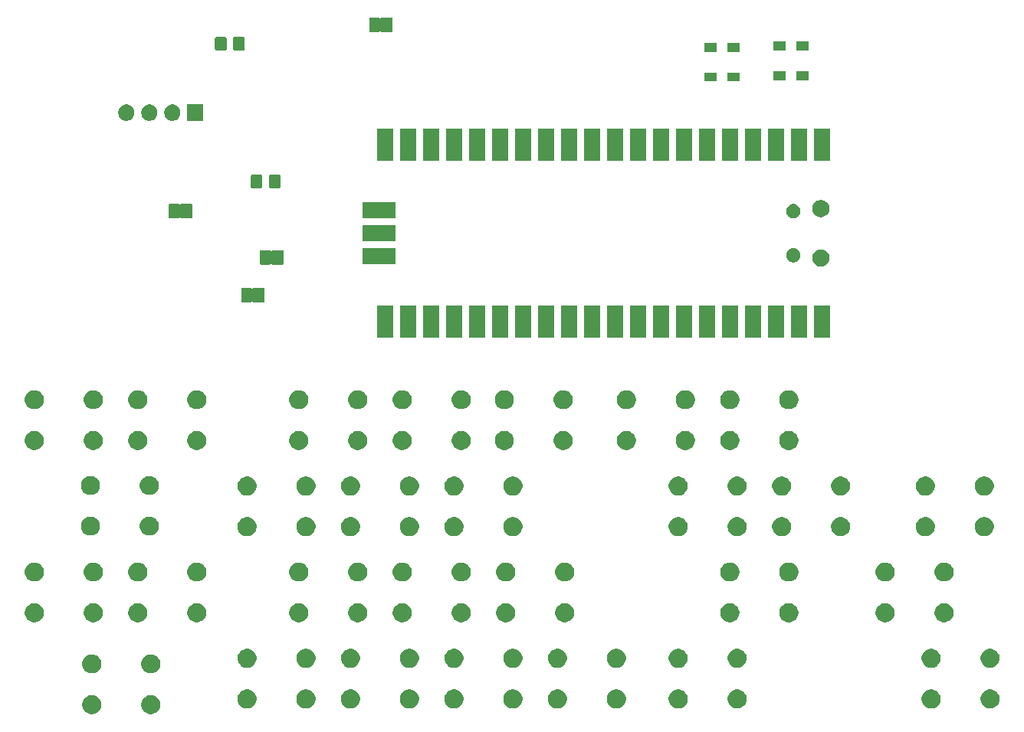
<source format=gbr>
G04 #@! TF.GenerationSoftware,KiCad,Pcbnew,5.1.5+dfsg1-2build2*
G04 #@! TF.CreationDate,2023-12-23T23:04:05+00:00*
G04 #@! TF.ProjectId,small_esc,736d616c-6c5f-4657-9363-2e6b69636164,rev?*
G04 #@! TF.SameCoordinates,Original*
G04 #@! TF.FileFunction,Soldermask,Top*
G04 #@! TF.FilePolarity,Negative*
%FSLAX46Y46*%
G04 Gerber Fmt 4.6, Leading zero omitted, Abs format (unit mm)*
G04 Created by KiCad (PCBNEW 5.1.5+dfsg1-2build2) date 2023-12-23 23:04:05*
%MOMM*%
%LPD*%
G04 APERTURE LIST*
%ADD10C,0.100000*%
G04 APERTURE END LIST*
D10*
G36*
X122376564Y-201609389D02*
G01*
X122567833Y-201688615D01*
X122567835Y-201688616D01*
X122739973Y-201803635D01*
X122886365Y-201950027D01*
X123001385Y-202122167D01*
X123080611Y-202313436D01*
X123121000Y-202516484D01*
X123121000Y-202723516D01*
X123080611Y-202926564D01*
X123035281Y-203036000D01*
X123001384Y-203117835D01*
X122886365Y-203289973D01*
X122739973Y-203436365D01*
X122567835Y-203551384D01*
X122567834Y-203551385D01*
X122567833Y-203551385D01*
X122376564Y-203630611D01*
X122173516Y-203671000D01*
X121966484Y-203671000D01*
X121763436Y-203630611D01*
X121572167Y-203551385D01*
X121572166Y-203551385D01*
X121572165Y-203551384D01*
X121400027Y-203436365D01*
X121253635Y-203289973D01*
X121138616Y-203117835D01*
X121104719Y-203036000D01*
X121059389Y-202926564D01*
X121019000Y-202723516D01*
X121019000Y-202516484D01*
X121059389Y-202313436D01*
X121138615Y-202122167D01*
X121253635Y-201950027D01*
X121400027Y-201803635D01*
X121572165Y-201688616D01*
X121572167Y-201688615D01*
X121763436Y-201609389D01*
X121966484Y-201569000D01*
X122173516Y-201569000D01*
X122376564Y-201609389D01*
G37*
G36*
X115876564Y-201609389D02*
G01*
X116067833Y-201688615D01*
X116067835Y-201688616D01*
X116239973Y-201803635D01*
X116386365Y-201950027D01*
X116501385Y-202122167D01*
X116580611Y-202313436D01*
X116621000Y-202516484D01*
X116621000Y-202723516D01*
X116580611Y-202926564D01*
X116535281Y-203036000D01*
X116501384Y-203117835D01*
X116386365Y-203289973D01*
X116239973Y-203436365D01*
X116067835Y-203551384D01*
X116067834Y-203551385D01*
X116067833Y-203551385D01*
X115876564Y-203630611D01*
X115673516Y-203671000D01*
X115466484Y-203671000D01*
X115263436Y-203630611D01*
X115072167Y-203551385D01*
X115072166Y-203551385D01*
X115072165Y-203551384D01*
X114900027Y-203436365D01*
X114753635Y-203289973D01*
X114638616Y-203117835D01*
X114604719Y-203036000D01*
X114559389Y-202926564D01*
X114519000Y-202723516D01*
X114519000Y-202516484D01*
X114559389Y-202313436D01*
X114638615Y-202122167D01*
X114753635Y-201950027D01*
X114900027Y-201803635D01*
X115072165Y-201688616D01*
X115072167Y-201688615D01*
X115263436Y-201609389D01*
X115466484Y-201569000D01*
X115673516Y-201569000D01*
X115876564Y-201609389D01*
G37*
G36*
X180646564Y-200974389D02*
G01*
X180837833Y-201053615D01*
X180837835Y-201053616D01*
X181009973Y-201168635D01*
X181156365Y-201315027D01*
X181271385Y-201487167D01*
X181350611Y-201678436D01*
X181391000Y-201881484D01*
X181391000Y-202088516D01*
X181350611Y-202291564D01*
X181341551Y-202313436D01*
X181271384Y-202482835D01*
X181156365Y-202654973D01*
X181009973Y-202801365D01*
X180837835Y-202916384D01*
X180837834Y-202916385D01*
X180837833Y-202916385D01*
X180646564Y-202995611D01*
X180443516Y-203036000D01*
X180236484Y-203036000D01*
X180033436Y-202995611D01*
X179842167Y-202916385D01*
X179842166Y-202916385D01*
X179842165Y-202916384D01*
X179670027Y-202801365D01*
X179523635Y-202654973D01*
X179408616Y-202482835D01*
X179338449Y-202313436D01*
X179329389Y-202291564D01*
X179289000Y-202088516D01*
X179289000Y-201881484D01*
X179329389Y-201678436D01*
X179408615Y-201487167D01*
X179523635Y-201315027D01*
X179670027Y-201168635D01*
X179842165Y-201053616D01*
X179842167Y-201053615D01*
X180033436Y-200974389D01*
X180236484Y-200934000D01*
X180443516Y-200934000D01*
X180646564Y-200974389D01*
G37*
G36*
X187146564Y-200974389D02*
G01*
X187337833Y-201053615D01*
X187337835Y-201053616D01*
X187509973Y-201168635D01*
X187656365Y-201315027D01*
X187771385Y-201487167D01*
X187850611Y-201678436D01*
X187891000Y-201881484D01*
X187891000Y-202088516D01*
X187850611Y-202291564D01*
X187841551Y-202313436D01*
X187771384Y-202482835D01*
X187656365Y-202654973D01*
X187509973Y-202801365D01*
X187337835Y-202916384D01*
X187337834Y-202916385D01*
X187337833Y-202916385D01*
X187146564Y-202995611D01*
X186943516Y-203036000D01*
X186736484Y-203036000D01*
X186533436Y-202995611D01*
X186342167Y-202916385D01*
X186342166Y-202916385D01*
X186342165Y-202916384D01*
X186170027Y-202801365D01*
X186023635Y-202654973D01*
X185908616Y-202482835D01*
X185838449Y-202313436D01*
X185829389Y-202291564D01*
X185789000Y-202088516D01*
X185789000Y-201881484D01*
X185829389Y-201678436D01*
X185908615Y-201487167D01*
X186023635Y-201315027D01*
X186170027Y-201168635D01*
X186342165Y-201053616D01*
X186342167Y-201053615D01*
X186533436Y-200974389D01*
X186736484Y-200934000D01*
X186943516Y-200934000D01*
X187146564Y-200974389D01*
G37*
G36*
X215086564Y-200974389D02*
G01*
X215277833Y-201053615D01*
X215277835Y-201053616D01*
X215449973Y-201168635D01*
X215596365Y-201315027D01*
X215711385Y-201487167D01*
X215790611Y-201678436D01*
X215831000Y-201881484D01*
X215831000Y-202088516D01*
X215790611Y-202291564D01*
X215781551Y-202313436D01*
X215711384Y-202482835D01*
X215596365Y-202654973D01*
X215449973Y-202801365D01*
X215277835Y-202916384D01*
X215277834Y-202916385D01*
X215277833Y-202916385D01*
X215086564Y-202995611D01*
X214883516Y-203036000D01*
X214676484Y-203036000D01*
X214473436Y-202995611D01*
X214282167Y-202916385D01*
X214282166Y-202916385D01*
X214282165Y-202916384D01*
X214110027Y-202801365D01*
X213963635Y-202654973D01*
X213848616Y-202482835D01*
X213778449Y-202313436D01*
X213769389Y-202291564D01*
X213729000Y-202088516D01*
X213729000Y-201881484D01*
X213769389Y-201678436D01*
X213848615Y-201487167D01*
X213963635Y-201315027D01*
X214110027Y-201168635D01*
X214282165Y-201053616D01*
X214282167Y-201053615D01*
X214473436Y-200974389D01*
X214676484Y-200934000D01*
X214883516Y-200934000D01*
X215086564Y-200974389D01*
G37*
G36*
X173811564Y-200974389D02*
G01*
X174002833Y-201053615D01*
X174002835Y-201053616D01*
X174174973Y-201168635D01*
X174321365Y-201315027D01*
X174436385Y-201487167D01*
X174515611Y-201678436D01*
X174556000Y-201881484D01*
X174556000Y-202088516D01*
X174515611Y-202291564D01*
X174506551Y-202313436D01*
X174436384Y-202482835D01*
X174321365Y-202654973D01*
X174174973Y-202801365D01*
X174002835Y-202916384D01*
X174002834Y-202916385D01*
X174002833Y-202916385D01*
X173811564Y-202995611D01*
X173608516Y-203036000D01*
X173401484Y-203036000D01*
X173198436Y-202995611D01*
X173007167Y-202916385D01*
X173007166Y-202916385D01*
X173007165Y-202916384D01*
X172835027Y-202801365D01*
X172688635Y-202654973D01*
X172573616Y-202482835D01*
X172503449Y-202313436D01*
X172494389Y-202291564D01*
X172454000Y-202088516D01*
X172454000Y-201881484D01*
X172494389Y-201678436D01*
X172573615Y-201487167D01*
X172688635Y-201315027D01*
X172835027Y-201168635D01*
X173007165Y-201053616D01*
X173007167Y-201053615D01*
X173198436Y-200974389D01*
X173401484Y-200934000D01*
X173608516Y-200934000D01*
X173811564Y-200974389D01*
G37*
G36*
X133021564Y-200974389D02*
G01*
X133212833Y-201053615D01*
X133212835Y-201053616D01*
X133384973Y-201168635D01*
X133531365Y-201315027D01*
X133646385Y-201487167D01*
X133725611Y-201678436D01*
X133766000Y-201881484D01*
X133766000Y-202088516D01*
X133725611Y-202291564D01*
X133716551Y-202313436D01*
X133646384Y-202482835D01*
X133531365Y-202654973D01*
X133384973Y-202801365D01*
X133212835Y-202916384D01*
X133212834Y-202916385D01*
X133212833Y-202916385D01*
X133021564Y-202995611D01*
X132818516Y-203036000D01*
X132611484Y-203036000D01*
X132408436Y-202995611D01*
X132217167Y-202916385D01*
X132217166Y-202916385D01*
X132217165Y-202916384D01*
X132045027Y-202801365D01*
X131898635Y-202654973D01*
X131783616Y-202482835D01*
X131713449Y-202313436D01*
X131704389Y-202291564D01*
X131664000Y-202088516D01*
X131664000Y-201881484D01*
X131704389Y-201678436D01*
X131783615Y-201487167D01*
X131898635Y-201315027D01*
X132045027Y-201168635D01*
X132217165Y-201053616D01*
X132217167Y-201053615D01*
X132408436Y-200974389D01*
X132611484Y-200934000D01*
X132818516Y-200934000D01*
X133021564Y-200974389D01*
G37*
G36*
X167311564Y-200974389D02*
G01*
X167502833Y-201053615D01*
X167502835Y-201053616D01*
X167674973Y-201168635D01*
X167821365Y-201315027D01*
X167936385Y-201487167D01*
X168015611Y-201678436D01*
X168056000Y-201881484D01*
X168056000Y-202088516D01*
X168015611Y-202291564D01*
X168006551Y-202313436D01*
X167936384Y-202482835D01*
X167821365Y-202654973D01*
X167674973Y-202801365D01*
X167502835Y-202916384D01*
X167502834Y-202916385D01*
X167502833Y-202916385D01*
X167311564Y-202995611D01*
X167108516Y-203036000D01*
X166901484Y-203036000D01*
X166698436Y-202995611D01*
X166507167Y-202916385D01*
X166507166Y-202916385D01*
X166507165Y-202916384D01*
X166335027Y-202801365D01*
X166188635Y-202654973D01*
X166073616Y-202482835D01*
X166003449Y-202313436D01*
X165994389Y-202291564D01*
X165954000Y-202088516D01*
X165954000Y-201881484D01*
X165994389Y-201678436D01*
X166073615Y-201487167D01*
X166188635Y-201315027D01*
X166335027Y-201168635D01*
X166507165Y-201053616D01*
X166507167Y-201053615D01*
X166698436Y-200974389D01*
X166901484Y-200934000D01*
X167108516Y-200934000D01*
X167311564Y-200974389D01*
G37*
G36*
X162381564Y-200974389D02*
G01*
X162572833Y-201053615D01*
X162572835Y-201053616D01*
X162744973Y-201168635D01*
X162891365Y-201315027D01*
X163006385Y-201487167D01*
X163085611Y-201678436D01*
X163126000Y-201881484D01*
X163126000Y-202088516D01*
X163085611Y-202291564D01*
X163076551Y-202313436D01*
X163006384Y-202482835D01*
X162891365Y-202654973D01*
X162744973Y-202801365D01*
X162572835Y-202916384D01*
X162572834Y-202916385D01*
X162572833Y-202916385D01*
X162381564Y-202995611D01*
X162178516Y-203036000D01*
X161971484Y-203036000D01*
X161768436Y-202995611D01*
X161577167Y-202916385D01*
X161577166Y-202916385D01*
X161577165Y-202916384D01*
X161405027Y-202801365D01*
X161258635Y-202654973D01*
X161143616Y-202482835D01*
X161073449Y-202313436D01*
X161064389Y-202291564D01*
X161024000Y-202088516D01*
X161024000Y-201881484D01*
X161064389Y-201678436D01*
X161143615Y-201487167D01*
X161258635Y-201315027D01*
X161405027Y-201168635D01*
X161577165Y-201053616D01*
X161577167Y-201053615D01*
X161768436Y-200974389D01*
X161971484Y-200934000D01*
X162178516Y-200934000D01*
X162381564Y-200974389D01*
G37*
G36*
X139521564Y-200974389D02*
G01*
X139712833Y-201053615D01*
X139712835Y-201053616D01*
X139884973Y-201168635D01*
X140031365Y-201315027D01*
X140146385Y-201487167D01*
X140225611Y-201678436D01*
X140266000Y-201881484D01*
X140266000Y-202088516D01*
X140225611Y-202291564D01*
X140216551Y-202313436D01*
X140146384Y-202482835D01*
X140031365Y-202654973D01*
X139884973Y-202801365D01*
X139712835Y-202916384D01*
X139712834Y-202916385D01*
X139712833Y-202916385D01*
X139521564Y-202995611D01*
X139318516Y-203036000D01*
X139111484Y-203036000D01*
X138908436Y-202995611D01*
X138717167Y-202916385D01*
X138717166Y-202916385D01*
X138717165Y-202916384D01*
X138545027Y-202801365D01*
X138398635Y-202654973D01*
X138283616Y-202482835D01*
X138213449Y-202313436D01*
X138204389Y-202291564D01*
X138164000Y-202088516D01*
X138164000Y-201881484D01*
X138204389Y-201678436D01*
X138283615Y-201487167D01*
X138398635Y-201315027D01*
X138545027Y-201168635D01*
X138717165Y-201053616D01*
X138717167Y-201053615D01*
X138908436Y-200974389D01*
X139111484Y-200934000D01*
X139318516Y-200934000D01*
X139521564Y-200974389D01*
G37*
G36*
X155881564Y-200974389D02*
G01*
X156072833Y-201053615D01*
X156072835Y-201053616D01*
X156244973Y-201168635D01*
X156391365Y-201315027D01*
X156506385Y-201487167D01*
X156585611Y-201678436D01*
X156626000Y-201881484D01*
X156626000Y-202088516D01*
X156585611Y-202291564D01*
X156576551Y-202313436D01*
X156506384Y-202482835D01*
X156391365Y-202654973D01*
X156244973Y-202801365D01*
X156072835Y-202916384D01*
X156072834Y-202916385D01*
X156072833Y-202916385D01*
X155881564Y-202995611D01*
X155678516Y-203036000D01*
X155471484Y-203036000D01*
X155268436Y-202995611D01*
X155077167Y-202916385D01*
X155077166Y-202916385D01*
X155077165Y-202916384D01*
X154905027Y-202801365D01*
X154758635Y-202654973D01*
X154643616Y-202482835D01*
X154573449Y-202313436D01*
X154564389Y-202291564D01*
X154524000Y-202088516D01*
X154524000Y-201881484D01*
X154564389Y-201678436D01*
X154643615Y-201487167D01*
X154758635Y-201315027D01*
X154905027Y-201168635D01*
X155077165Y-201053616D01*
X155077167Y-201053615D01*
X155268436Y-200974389D01*
X155471484Y-200934000D01*
X155678516Y-200934000D01*
X155881564Y-200974389D01*
G37*
G36*
X150951564Y-200974389D02*
G01*
X151142833Y-201053615D01*
X151142835Y-201053616D01*
X151314973Y-201168635D01*
X151461365Y-201315027D01*
X151576385Y-201487167D01*
X151655611Y-201678436D01*
X151696000Y-201881484D01*
X151696000Y-202088516D01*
X151655611Y-202291564D01*
X151646551Y-202313436D01*
X151576384Y-202482835D01*
X151461365Y-202654973D01*
X151314973Y-202801365D01*
X151142835Y-202916384D01*
X151142834Y-202916385D01*
X151142833Y-202916385D01*
X150951564Y-202995611D01*
X150748516Y-203036000D01*
X150541484Y-203036000D01*
X150338436Y-202995611D01*
X150147167Y-202916385D01*
X150147166Y-202916385D01*
X150147165Y-202916384D01*
X149975027Y-202801365D01*
X149828635Y-202654973D01*
X149713616Y-202482835D01*
X149643449Y-202313436D01*
X149634389Y-202291564D01*
X149594000Y-202088516D01*
X149594000Y-201881484D01*
X149634389Y-201678436D01*
X149713615Y-201487167D01*
X149828635Y-201315027D01*
X149975027Y-201168635D01*
X150147165Y-201053616D01*
X150147167Y-201053615D01*
X150338436Y-200974389D01*
X150541484Y-200934000D01*
X150748516Y-200934000D01*
X150951564Y-200974389D01*
G37*
G36*
X144451564Y-200974389D02*
G01*
X144642833Y-201053615D01*
X144642835Y-201053616D01*
X144814973Y-201168635D01*
X144961365Y-201315027D01*
X145076385Y-201487167D01*
X145155611Y-201678436D01*
X145196000Y-201881484D01*
X145196000Y-202088516D01*
X145155611Y-202291564D01*
X145146551Y-202313436D01*
X145076384Y-202482835D01*
X144961365Y-202654973D01*
X144814973Y-202801365D01*
X144642835Y-202916384D01*
X144642834Y-202916385D01*
X144642833Y-202916385D01*
X144451564Y-202995611D01*
X144248516Y-203036000D01*
X144041484Y-203036000D01*
X143838436Y-202995611D01*
X143647167Y-202916385D01*
X143647166Y-202916385D01*
X143647165Y-202916384D01*
X143475027Y-202801365D01*
X143328635Y-202654973D01*
X143213616Y-202482835D01*
X143143449Y-202313436D01*
X143134389Y-202291564D01*
X143094000Y-202088516D01*
X143094000Y-201881484D01*
X143134389Y-201678436D01*
X143213615Y-201487167D01*
X143328635Y-201315027D01*
X143475027Y-201168635D01*
X143647165Y-201053616D01*
X143647167Y-201053615D01*
X143838436Y-200974389D01*
X144041484Y-200934000D01*
X144248516Y-200934000D01*
X144451564Y-200974389D01*
G37*
G36*
X208586564Y-200974389D02*
G01*
X208777833Y-201053615D01*
X208777835Y-201053616D01*
X208949973Y-201168635D01*
X209096365Y-201315027D01*
X209211385Y-201487167D01*
X209290611Y-201678436D01*
X209331000Y-201881484D01*
X209331000Y-202088516D01*
X209290611Y-202291564D01*
X209281551Y-202313436D01*
X209211384Y-202482835D01*
X209096365Y-202654973D01*
X208949973Y-202801365D01*
X208777835Y-202916384D01*
X208777834Y-202916385D01*
X208777833Y-202916385D01*
X208586564Y-202995611D01*
X208383516Y-203036000D01*
X208176484Y-203036000D01*
X207973436Y-202995611D01*
X207782167Y-202916385D01*
X207782166Y-202916385D01*
X207782165Y-202916384D01*
X207610027Y-202801365D01*
X207463635Y-202654973D01*
X207348616Y-202482835D01*
X207278449Y-202313436D01*
X207269389Y-202291564D01*
X207229000Y-202088516D01*
X207229000Y-201881484D01*
X207269389Y-201678436D01*
X207348615Y-201487167D01*
X207463635Y-201315027D01*
X207610027Y-201168635D01*
X207782165Y-201053616D01*
X207782167Y-201053615D01*
X207973436Y-200974389D01*
X208176484Y-200934000D01*
X208383516Y-200934000D01*
X208586564Y-200974389D01*
G37*
G36*
X122376564Y-197109389D02*
G01*
X122567833Y-197188615D01*
X122567835Y-197188616D01*
X122739973Y-197303635D01*
X122886365Y-197450027D01*
X123001385Y-197622167D01*
X123080611Y-197813436D01*
X123121000Y-198016484D01*
X123121000Y-198223516D01*
X123080611Y-198426564D01*
X123035281Y-198536000D01*
X123001384Y-198617835D01*
X122886365Y-198789973D01*
X122739973Y-198936365D01*
X122567835Y-199051384D01*
X122567834Y-199051385D01*
X122567833Y-199051385D01*
X122376564Y-199130611D01*
X122173516Y-199171000D01*
X121966484Y-199171000D01*
X121763436Y-199130611D01*
X121572167Y-199051385D01*
X121572166Y-199051385D01*
X121572165Y-199051384D01*
X121400027Y-198936365D01*
X121253635Y-198789973D01*
X121138616Y-198617835D01*
X121104719Y-198536000D01*
X121059389Y-198426564D01*
X121019000Y-198223516D01*
X121019000Y-198016484D01*
X121059389Y-197813436D01*
X121138615Y-197622167D01*
X121253635Y-197450027D01*
X121400027Y-197303635D01*
X121572165Y-197188616D01*
X121572167Y-197188615D01*
X121763436Y-197109389D01*
X121966484Y-197069000D01*
X122173516Y-197069000D01*
X122376564Y-197109389D01*
G37*
G36*
X115876564Y-197109389D02*
G01*
X116067833Y-197188615D01*
X116067835Y-197188616D01*
X116239973Y-197303635D01*
X116386365Y-197450027D01*
X116501385Y-197622167D01*
X116580611Y-197813436D01*
X116621000Y-198016484D01*
X116621000Y-198223516D01*
X116580611Y-198426564D01*
X116535281Y-198536000D01*
X116501384Y-198617835D01*
X116386365Y-198789973D01*
X116239973Y-198936365D01*
X116067835Y-199051384D01*
X116067834Y-199051385D01*
X116067833Y-199051385D01*
X115876564Y-199130611D01*
X115673516Y-199171000D01*
X115466484Y-199171000D01*
X115263436Y-199130611D01*
X115072167Y-199051385D01*
X115072166Y-199051385D01*
X115072165Y-199051384D01*
X114900027Y-198936365D01*
X114753635Y-198789973D01*
X114638616Y-198617835D01*
X114604719Y-198536000D01*
X114559389Y-198426564D01*
X114519000Y-198223516D01*
X114519000Y-198016484D01*
X114559389Y-197813436D01*
X114638615Y-197622167D01*
X114753635Y-197450027D01*
X114900027Y-197303635D01*
X115072165Y-197188616D01*
X115072167Y-197188615D01*
X115263436Y-197109389D01*
X115466484Y-197069000D01*
X115673516Y-197069000D01*
X115876564Y-197109389D01*
G37*
G36*
X173811564Y-196474389D02*
G01*
X174002833Y-196553615D01*
X174002835Y-196553616D01*
X174174973Y-196668635D01*
X174321365Y-196815027D01*
X174436385Y-196987167D01*
X174515611Y-197178436D01*
X174556000Y-197381484D01*
X174556000Y-197588516D01*
X174515611Y-197791564D01*
X174506551Y-197813436D01*
X174436384Y-197982835D01*
X174321365Y-198154973D01*
X174174973Y-198301365D01*
X174002835Y-198416384D01*
X174002834Y-198416385D01*
X174002833Y-198416385D01*
X173811564Y-198495611D01*
X173608516Y-198536000D01*
X173401484Y-198536000D01*
X173198436Y-198495611D01*
X173007167Y-198416385D01*
X173007166Y-198416385D01*
X173007165Y-198416384D01*
X172835027Y-198301365D01*
X172688635Y-198154973D01*
X172573616Y-197982835D01*
X172503449Y-197813436D01*
X172494389Y-197791564D01*
X172454000Y-197588516D01*
X172454000Y-197381484D01*
X172494389Y-197178436D01*
X172573615Y-196987167D01*
X172688635Y-196815027D01*
X172835027Y-196668635D01*
X173007165Y-196553616D01*
X173007167Y-196553615D01*
X173198436Y-196474389D01*
X173401484Y-196434000D01*
X173608516Y-196434000D01*
X173811564Y-196474389D01*
G37*
G36*
X208586564Y-196474389D02*
G01*
X208777833Y-196553615D01*
X208777835Y-196553616D01*
X208949973Y-196668635D01*
X209096365Y-196815027D01*
X209211385Y-196987167D01*
X209290611Y-197178436D01*
X209331000Y-197381484D01*
X209331000Y-197588516D01*
X209290611Y-197791564D01*
X209281551Y-197813436D01*
X209211384Y-197982835D01*
X209096365Y-198154973D01*
X208949973Y-198301365D01*
X208777835Y-198416384D01*
X208777834Y-198416385D01*
X208777833Y-198416385D01*
X208586564Y-198495611D01*
X208383516Y-198536000D01*
X208176484Y-198536000D01*
X207973436Y-198495611D01*
X207782167Y-198416385D01*
X207782166Y-198416385D01*
X207782165Y-198416384D01*
X207610027Y-198301365D01*
X207463635Y-198154973D01*
X207348616Y-197982835D01*
X207278449Y-197813436D01*
X207269389Y-197791564D01*
X207229000Y-197588516D01*
X207229000Y-197381484D01*
X207269389Y-197178436D01*
X207348615Y-196987167D01*
X207463635Y-196815027D01*
X207610027Y-196668635D01*
X207782165Y-196553616D01*
X207782167Y-196553615D01*
X207973436Y-196474389D01*
X208176484Y-196434000D01*
X208383516Y-196434000D01*
X208586564Y-196474389D01*
G37*
G36*
X187146564Y-196474389D02*
G01*
X187337833Y-196553615D01*
X187337835Y-196553616D01*
X187509973Y-196668635D01*
X187656365Y-196815027D01*
X187771385Y-196987167D01*
X187850611Y-197178436D01*
X187891000Y-197381484D01*
X187891000Y-197588516D01*
X187850611Y-197791564D01*
X187841551Y-197813436D01*
X187771384Y-197982835D01*
X187656365Y-198154973D01*
X187509973Y-198301365D01*
X187337835Y-198416384D01*
X187337834Y-198416385D01*
X187337833Y-198416385D01*
X187146564Y-198495611D01*
X186943516Y-198536000D01*
X186736484Y-198536000D01*
X186533436Y-198495611D01*
X186342167Y-198416385D01*
X186342166Y-198416385D01*
X186342165Y-198416384D01*
X186170027Y-198301365D01*
X186023635Y-198154973D01*
X185908616Y-197982835D01*
X185838449Y-197813436D01*
X185829389Y-197791564D01*
X185789000Y-197588516D01*
X185789000Y-197381484D01*
X185829389Y-197178436D01*
X185908615Y-196987167D01*
X186023635Y-196815027D01*
X186170027Y-196668635D01*
X186342165Y-196553616D01*
X186342167Y-196553615D01*
X186533436Y-196474389D01*
X186736484Y-196434000D01*
X186943516Y-196434000D01*
X187146564Y-196474389D01*
G37*
G36*
X180646564Y-196474389D02*
G01*
X180837833Y-196553615D01*
X180837835Y-196553616D01*
X181009973Y-196668635D01*
X181156365Y-196815027D01*
X181271385Y-196987167D01*
X181350611Y-197178436D01*
X181391000Y-197381484D01*
X181391000Y-197588516D01*
X181350611Y-197791564D01*
X181341551Y-197813436D01*
X181271384Y-197982835D01*
X181156365Y-198154973D01*
X181009973Y-198301365D01*
X180837835Y-198416384D01*
X180837834Y-198416385D01*
X180837833Y-198416385D01*
X180646564Y-198495611D01*
X180443516Y-198536000D01*
X180236484Y-198536000D01*
X180033436Y-198495611D01*
X179842167Y-198416385D01*
X179842166Y-198416385D01*
X179842165Y-198416384D01*
X179670027Y-198301365D01*
X179523635Y-198154973D01*
X179408616Y-197982835D01*
X179338449Y-197813436D01*
X179329389Y-197791564D01*
X179289000Y-197588516D01*
X179289000Y-197381484D01*
X179329389Y-197178436D01*
X179408615Y-196987167D01*
X179523635Y-196815027D01*
X179670027Y-196668635D01*
X179842165Y-196553616D01*
X179842167Y-196553615D01*
X180033436Y-196474389D01*
X180236484Y-196434000D01*
X180443516Y-196434000D01*
X180646564Y-196474389D01*
G37*
G36*
X167311564Y-196474389D02*
G01*
X167502833Y-196553615D01*
X167502835Y-196553616D01*
X167674973Y-196668635D01*
X167821365Y-196815027D01*
X167936385Y-196987167D01*
X168015611Y-197178436D01*
X168056000Y-197381484D01*
X168056000Y-197588516D01*
X168015611Y-197791564D01*
X168006551Y-197813436D01*
X167936384Y-197982835D01*
X167821365Y-198154973D01*
X167674973Y-198301365D01*
X167502835Y-198416384D01*
X167502834Y-198416385D01*
X167502833Y-198416385D01*
X167311564Y-198495611D01*
X167108516Y-198536000D01*
X166901484Y-198536000D01*
X166698436Y-198495611D01*
X166507167Y-198416385D01*
X166507166Y-198416385D01*
X166507165Y-198416384D01*
X166335027Y-198301365D01*
X166188635Y-198154973D01*
X166073616Y-197982835D01*
X166003449Y-197813436D01*
X165994389Y-197791564D01*
X165954000Y-197588516D01*
X165954000Y-197381484D01*
X165994389Y-197178436D01*
X166073615Y-196987167D01*
X166188635Y-196815027D01*
X166335027Y-196668635D01*
X166507165Y-196553616D01*
X166507167Y-196553615D01*
X166698436Y-196474389D01*
X166901484Y-196434000D01*
X167108516Y-196434000D01*
X167311564Y-196474389D01*
G37*
G36*
X162381564Y-196474389D02*
G01*
X162572833Y-196553615D01*
X162572835Y-196553616D01*
X162744973Y-196668635D01*
X162891365Y-196815027D01*
X163006385Y-196987167D01*
X163085611Y-197178436D01*
X163126000Y-197381484D01*
X163126000Y-197588516D01*
X163085611Y-197791564D01*
X163076551Y-197813436D01*
X163006384Y-197982835D01*
X162891365Y-198154973D01*
X162744973Y-198301365D01*
X162572835Y-198416384D01*
X162572834Y-198416385D01*
X162572833Y-198416385D01*
X162381564Y-198495611D01*
X162178516Y-198536000D01*
X161971484Y-198536000D01*
X161768436Y-198495611D01*
X161577167Y-198416385D01*
X161577166Y-198416385D01*
X161577165Y-198416384D01*
X161405027Y-198301365D01*
X161258635Y-198154973D01*
X161143616Y-197982835D01*
X161073449Y-197813436D01*
X161064389Y-197791564D01*
X161024000Y-197588516D01*
X161024000Y-197381484D01*
X161064389Y-197178436D01*
X161143615Y-196987167D01*
X161258635Y-196815027D01*
X161405027Y-196668635D01*
X161577165Y-196553616D01*
X161577167Y-196553615D01*
X161768436Y-196474389D01*
X161971484Y-196434000D01*
X162178516Y-196434000D01*
X162381564Y-196474389D01*
G37*
G36*
X150951564Y-196474389D02*
G01*
X151142833Y-196553615D01*
X151142835Y-196553616D01*
X151314973Y-196668635D01*
X151461365Y-196815027D01*
X151576385Y-196987167D01*
X151655611Y-197178436D01*
X151696000Y-197381484D01*
X151696000Y-197588516D01*
X151655611Y-197791564D01*
X151646551Y-197813436D01*
X151576384Y-197982835D01*
X151461365Y-198154973D01*
X151314973Y-198301365D01*
X151142835Y-198416384D01*
X151142834Y-198416385D01*
X151142833Y-198416385D01*
X150951564Y-198495611D01*
X150748516Y-198536000D01*
X150541484Y-198536000D01*
X150338436Y-198495611D01*
X150147167Y-198416385D01*
X150147166Y-198416385D01*
X150147165Y-198416384D01*
X149975027Y-198301365D01*
X149828635Y-198154973D01*
X149713616Y-197982835D01*
X149643449Y-197813436D01*
X149634389Y-197791564D01*
X149594000Y-197588516D01*
X149594000Y-197381484D01*
X149634389Y-197178436D01*
X149713615Y-196987167D01*
X149828635Y-196815027D01*
X149975027Y-196668635D01*
X150147165Y-196553616D01*
X150147167Y-196553615D01*
X150338436Y-196474389D01*
X150541484Y-196434000D01*
X150748516Y-196434000D01*
X150951564Y-196474389D01*
G37*
G36*
X133021564Y-196474389D02*
G01*
X133212833Y-196553615D01*
X133212835Y-196553616D01*
X133384973Y-196668635D01*
X133531365Y-196815027D01*
X133646385Y-196987167D01*
X133725611Y-197178436D01*
X133766000Y-197381484D01*
X133766000Y-197588516D01*
X133725611Y-197791564D01*
X133716551Y-197813436D01*
X133646384Y-197982835D01*
X133531365Y-198154973D01*
X133384973Y-198301365D01*
X133212835Y-198416384D01*
X133212834Y-198416385D01*
X133212833Y-198416385D01*
X133021564Y-198495611D01*
X132818516Y-198536000D01*
X132611484Y-198536000D01*
X132408436Y-198495611D01*
X132217167Y-198416385D01*
X132217166Y-198416385D01*
X132217165Y-198416384D01*
X132045027Y-198301365D01*
X131898635Y-198154973D01*
X131783616Y-197982835D01*
X131713449Y-197813436D01*
X131704389Y-197791564D01*
X131664000Y-197588516D01*
X131664000Y-197381484D01*
X131704389Y-197178436D01*
X131783615Y-196987167D01*
X131898635Y-196815027D01*
X132045027Y-196668635D01*
X132217165Y-196553616D01*
X132217167Y-196553615D01*
X132408436Y-196474389D01*
X132611484Y-196434000D01*
X132818516Y-196434000D01*
X133021564Y-196474389D01*
G37*
G36*
X144451564Y-196474389D02*
G01*
X144642833Y-196553615D01*
X144642835Y-196553616D01*
X144814973Y-196668635D01*
X144961365Y-196815027D01*
X145076385Y-196987167D01*
X145155611Y-197178436D01*
X145196000Y-197381484D01*
X145196000Y-197588516D01*
X145155611Y-197791564D01*
X145146551Y-197813436D01*
X145076384Y-197982835D01*
X144961365Y-198154973D01*
X144814973Y-198301365D01*
X144642835Y-198416384D01*
X144642834Y-198416385D01*
X144642833Y-198416385D01*
X144451564Y-198495611D01*
X144248516Y-198536000D01*
X144041484Y-198536000D01*
X143838436Y-198495611D01*
X143647167Y-198416385D01*
X143647166Y-198416385D01*
X143647165Y-198416384D01*
X143475027Y-198301365D01*
X143328635Y-198154973D01*
X143213616Y-197982835D01*
X143143449Y-197813436D01*
X143134389Y-197791564D01*
X143094000Y-197588516D01*
X143094000Y-197381484D01*
X143134389Y-197178436D01*
X143213615Y-196987167D01*
X143328635Y-196815027D01*
X143475027Y-196668635D01*
X143647165Y-196553616D01*
X143647167Y-196553615D01*
X143838436Y-196474389D01*
X144041484Y-196434000D01*
X144248516Y-196434000D01*
X144451564Y-196474389D01*
G37*
G36*
X215086564Y-196474389D02*
G01*
X215277833Y-196553615D01*
X215277835Y-196553616D01*
X215449973Y-196668635D01*
X215596365Y-196815027D01*
X215711385Y-196987167D01*
X215790611Y-197178436D01*
X215831000Y-197381484D01*
X215831000Y-197588516D01*
X215790611Y-197791564D01*
X215781551Y-197813436D01*
X215711384Y-197982835D01*
X215596365Y-198154973D01*
X215449973Y-198301365D01*
X215277835Y-198416384D01*
X215277834Y-198416385D01*
X215277833Y-198416385D01*
X215086564Y-198495611D01*
X214883516Y-198536000D01*
X214676484Y-198536000D01*
X214473436Y-198495611D01*
X214282167Y-198416385D01*
X214282166Y-198416385D01*
X214282165Y-198416384D01*
X214110027Y-198301365D01*
X213963635Y-198154973D01*
X213848616Y-197982835D01*
X213778449Y-197813436D01*
X213769389Y-197791564D01*
X213729000Y-197588516D01*
X213729000Y-197381484D01*
X213769389Y-197178436D01*
X213848615Y-196987167D01*
X213963635Y-196815027D01*
X214110027Y-196668635D01*
X214282165Y-196553616D01*
X214282167Y-196553615D01*
X214473436Y-196474389D01*
X214676484Y-196434000D01*
X214883516Y-196434000D01*
X215086564Y-196474389D01*
G37*
G36*
X139521564Y-196474389D02*
G01*
X139712833Y-196553615D01*
X139712835Y-196553616D01*
X139884973Y-196668635D01*
X140031365Y-196815027D01*
X140146385Y-196987167D01*
X140225611Y-197178436D01*
X140266000Y-197381484D01*
X140266000Y-197588516D01*
X140225611Y-197791564D01*
X140216551Y-197813436D01*
X140146384Y-197982835D01*
X140031365Y-198154973D01*
X139884973Y-198301365D01*
X139712835Y-198416384D01*
X139712834Y-198416385D01*
X139712833Y-198416385D01*
X139521564Y-198495611D01*
X139318516Y-198536000D01*
X139111484Y-198536000D01*
X138908436Y-198495611D01*
X138717167Y-198416385D01*
X138717166Y-198416385D01*
X138717165Y-198416384D01*
X138545027Y-198301365D01*
X138398635Y-198154973D01*
X138283616Y-197982835D01*
X138213449Y-197813436D01*
X138204389Y-197791564D01*
X138164000Y-197588516D01*
X138164000Y-197381484D01*
X138204389Y-197178436D01*
X138283615Y-196987167D01*
X138398635Y-196815027D01*
X138545027Y-196668635D01*
X138717165Y-196553616D01*
X138717167Y-196553615D01*
X138908436Y-196474389D01*
X139111484Y-196434000D01*
X139318516Y-196434000D01*
X139521564Y-196474389D01*
G37*
G36*
X155881564Y-196474389D02*
G01*
X156072833Y-196553615D01*
X156072835Y-196553616D01*
X156244973Y-196668635D01*
X156391365Y-196815027D01*
X156506385Y-196987167D01*
X156585611Y-197178436D01*
X156626000Y-197381484D01*
X156626000Y-197588516D01*
X156585611Y-197791564D01*
X156576551Y-197813436D01*
X156506384Y-197982835D01*
X156391365Y-198154973D01*
X156244973Y-198301365D01*
X156072835Y-198416384D01*
X156072834Y-198416385D01*
X156072833Y-198416385D01*
X155881564Y-198495611D01*
X155678516Y-198536000D01*
X155471484Y-198536000D01*
X155268436Y-198495611D01*
X155077167Y-198416385D01*
X155077166Y-198416385D01*
X155077165Y-198416384D01*
X154905027Y-198301365D01*
X154758635Y-198154973D01*
X154643616Y-197982835D01*
X154573449Y-197813436D01*
X154564389Y-197791564D01*
X154524000Y-197588516D01*
X154524000Y-197381484D01*
X154564389Y-197178436D01*
X154643615Y-196987167D01*
X154758635Y-196815027D01*
X154905027Y-196668635D01*
X155077165Y-196553616D01*
X155077167Y-196553615D01*
X155268436Y-196474389D01*
X155471484Y-196434000D01*
X155678516Y-196434000D01*
X155881564Y-196474389D01*
G37*
G36*
X156666564Y-191449389D02*
G01*
X156857833Y-191528615D01*
X156857835Y-191528616D01*
X157029973Y-191643635D01*
X157176365Y-191790027D01*
X157291385Y-191962167D01*
X157370611Y-192153436D01*
X157411000Y-192356484D01*
X157411000Y-192563516D01*
X157370611Y-192766564D01*
X157291385Y-192957833D01*
X157291384Y-192957835D01*
X157176365Y-193129973D01*
X157029973Y-193276365D01*
X156857835Y-193391384D01*
X156857834Y-193391385D01*
X156857833Y-193391385D01*
X156666564Y-193470611D01*
X156463516Y-193511000D01*
X156256484Y-193511000D01*
X156053436Y-193470611D01*
X155862167Y-193391385D01*
X155862166Y-193391385D01*
X155862165Y-193391384D01*
X155690027Y-193276365D01*
X155543635Y-193129973D01*
X155428616Y-192957835D01*
X155428615Y-192957833D01*
X155349389Y-192766564D01*
X155309000Y-192563516D01*
X155309000Y-192356484D01*
X155349389Y-192153436D01*
X155428615Y-191962167D01*
X155543635Y-191790027D01*
X155690027Y-191643635D01*
X155862165Y-191528616D01*
X155862167Y-191528615D01*
X156053436Y-191449389D01*
X156256484Y-191409000D01*
X156463516Y-191409000D01*
X156666564Y-191449389D01*
G37*
G36*
X116026564Y-191449389D02*
G01*
X116217833Y-191528615D01*
X116217835Y-191528616D01*
X116389973Y-191643635D01*
X116536365Y-191790027D01*
X116651385Y-191962167D01*
X116730611Y-192153436D01*
X116771000Y-192356484D01*
X116771000Y-192563516D01*
X116730611Y-192766564D01*
X116651385Y-192957833D01*
X116651384Y-192957835D01*
X116536365Y-193129973D01*
X116389973Y-193276365D01*
X116217835Y-193391384D01*
X116217834Y-193391385D01*
X116217833Y-193391385D01*
X116026564Y-193470611D01*
X115823516Y-193511000D01*
X115616484Y-193511000D01*
X115413436Y-193470611D01*
X115222167Y-193391385D01*
X115222166Y-193391385D01*
X115222165Y-193391384D01*
X115050027Y-193276365D01*
X114903635Y-193129973D01*
X114788616Y-192957835D01*
X114788615Y-192957833D01*
X114709389Y-192766564D01*
X114669000Y-192563516D01*
X114669000Y-192356484D01*
X114709389Y-192153436D01*
X114788615Y-191962167D01*
X114903635Y-191790027D01*
X115050027Y-191643635D01*
X115222165Y-191528616D01*
X115222167Y-191528615D01*
X115413436Y-191449389D01*
X115616484Y-191409000D01*
X115823516Y-191409000D01*
X116026564Y-191449389D01*
G37*
G36*
X109526564Y-191449389D02*
G01*
X109717833Y-191528615D01*
X109717835Y-191528616D01*
X109889973Y-191643635D01*
X110036365Y-191790027D01*
X110151385Y-191962167D01*
X110230611Y-192153436D01*
X110271000Y-192356484D01*
X110271000Y-192563516D01*
X110230611Y-192766564D01*
X110151385Y-192957833D01*
X110151384Y-192957835D01*
X110036365Y-193129973D01*
X109889973Y-193276365D01*
X109717835Y-193391384D01*
X109717834Y-193391385D01*
X109717833Y-193391385D01*
X109526564Y-193470611D01*
X109323516Y-193511000D01*
X109116484Y-193511000D01*
X108913436Y-193470611D01*
X108722167Y-193391385D01*
X108722166Y-193391385D01*
X108722165Y-193391384D01*
X108550027Y-193276365D01*
X108403635Y-193129973D01*
X108288616Y-192957835D01*
X108288615Y-192957833D01*
X108209389Y-192766564D01*
X108169000Y-192563516D01*
X108169000Y-192356484D01*
X108209389Y-192153436D01*
X108288615Y-191962167D01*
X108403635Y-191790027D01*
X108550027Y-191643635D01*
X108722165Y-191528616D01*
X108722167Y-191528615D01*
X108913436Y-191449389D01*
X109116484Y-191409000D01*
X109323516Y-191409000D01*
X109526564Y-191449389D01*
G37*
G36*
X203506564Y-191449389D02*
G01*
X203697833Y-191528615D01*
X203697835Y-191528616D01*
X203869973Y-191643635D01*
X204016365Y-191790027D01*
X204131385Y-191962167D01*
X204210611Y-192153436D01*
X204251000Y-192356484D01*
X204251000Y-192563516D01*
X204210611Y-192766564D01*
X204131385Y-192957833D01*
X204131384Y-192957835D01*
X204016365Y-193129973D01*
X203869973Y-193276365D01*
X203697835Y-193391384D01*
X203697834Y-193391385D01*
X203697833Y-193391385D01*
X203506564Y-193470611D01*
X203303516Y-193511000D01*
X203096484Y-193511000D01*
X202893436Y-193470611D01*
X202702167Y-193391385D01*
X202702166Y-193391385D01*
X202702165Y-193391384D01*
X202530027Y-193276365D01*
X202383635Y-193129973D01*
X202268616Y-192957835D01*
X202268615Y-192957833D01*
X202189389Y-192766564D01*
X202149000Y-192563516D01*
X202149000Y-192356484D01*
X202189389Y-192153436D01*
X202268615Y-191962167D01*
X202383635Y-191790027D01*
X202530027Y-191643635D01*
X202702165Y-191528616D01*
X202702167Y-191528615D01*
X202893436Y-191449389D01*
X203096484Y-191409000D01*
X203303516Y-191409000D01*
X203506564Y-191449389D01*
G37*
G36*
X210006564Y-191449389D02*
G01*
X210197833Y-191528615D01*
X210197835Y-191528616D01*
X210369973Y-191643635D01*
X210516365Y-191790027D01*
X210631385Y-191962167D01*
X210710611Y-192153436D01*
X210751000Y-192356484D01*
X210751000Y-192563516D01*
X210710611Y-192766564D01*
X210631385Y-192957833D01*
X210631384Y-192957835D01*
X210516365Y-193129973D01*
X210369973Y-193276365D01*
X210197835Y-193391384D01*
X210197834Y-193391385D01*
X210197833Y-193391385D01*
X210006564Y-193470611D01*
X209803516Y-193511000D01*
X209596484Y-193511000D01*
X209393436Y-193470611D01*
X209202167Y-193391385D01*
X209202166Y-193391385D01*
X209202165Y-193391384D01*
X209030027Y-193276365D01*
X208883635Y-193129973D01*
X208768616Y-192957835D01*
X208768615Y-192957833D01*
X208689389Y-192766564D01*
X208649000Y-192563516D01*
X208649000Y-192356484D01*
X208689389Y-192153436D01*
X208768615Y-191962167D01*
X208883635Y-191790027D01*
X209030027Y-191643635D01*
X209202165Y-191528616D01*
X209202167Y-191528615D01*
X209393436Y-191449389D01*
X209596484Y-191409000D01*
X209803516Y-191409000D01*
X210006564Y-191449389D01*
G37*
G36*
X127456564Y-191449389D02*
G01*
X127647833Y-191528615D01*
X127647835Y-191528616D01*
X127819973Y-191643635D01*
X127966365Y-191790027D01*
X128081385Y-191962167D01*
X128160611Y-192153436D01*
X128201000Y-192356484D01*
X128201000Y-192563516D01*
X128160611Y-192766564D01*
X128081385Y-192957833D01*
X128081384Y-192957835D01*
X127966365Y-193129973D01*
X127819973Y-193276365D01*
X127647835Y-193391384D01*
X127647834Y-193391385D01*
X127647833Y-193391385D01*
X127456564Y-193470611D01*
X127253516Y-193511000D01*
X127046484Y-193511000D01*
X126843436Y-193470611D01*
X126652167Y-193391385D01*
X126652166Y-193391385D01*
X126652165Y-193391384D01*
X126480027Y-193276365D01*
X126333635Y-193129973D01*
X126218616Y-192957835D01*
X126218615Y-192957833D01*
X126139389Y-192766564D01*
X126099000Y-192563516D01*
X126099000Y-192356484D01*
X126139389Y-192153436D01*
X126218615Y-191962167D01*
X126333635Y-191790027D01*
X126480027Y-191643635D01*
X126652165Y-191528616D01*
X126652167Y-191528615D01*
X126843436Y-191449389D01*
X127046484Y-191409000D01*
X127253516Y-191409000D01*
X127456564Y-191449389D01*
G37*
G36*
X120956564Y-191449389D02*
G01*
X121147833Y-191528615D01*
X121147835Y-191528616D01*
X121319973Y-191643635D01*
X121466365Y-191790027D01*
X121581385Y-191962167D01*
X121660611Y-192153436D01*
X121701000Y-192356484D01*
X121701000Y-192563516D01*
X121660611Y-192766564D01*
X121581385Y-192957833D01*
X121581384Y-192957835D01*
X121466365Y-193129973D01*
X121319973Y-193276365D01*
X121147835Y-193391384D01*
X121147834Y-193391385D01*
X121147833Y-193391385D01*
X120956564Y-193470611D01*
X120753516Y-193511000D01*
X120546484Y-193511000D01*
X120343436Y-193470611D01*
X120152167Y-193391385D01*
X120152166Y-193391385D01*
X120152165Y-193391384D01*
X119980027Y-193276365D01*
X119833635Y-193129973D01*
X119718616Y-192957835D01*
X119718615Y-192957833D01*
X119639389Y-192766564D01*
X119599000Y-192563516D01*
X119599000Y-192356484D01*
X119639389Y-192153436D01*
X119718615Y-191962167D01*
X119833635Y-191790027D01*
X119980027Y-191643635D01*
X120152165Y-191528616D01*
X120152167Y-191528615D01*
X120343436Y-191449389D01*
X120546484Y-191409000D01*
X120753516Y-191409000D01*
X120956564Y-191449389D01*
G37*
G36*
X161596564Y-191449389D02*
G01*
X161787833Y-191528615D01*
X161787835Y-191528616D01*
X161959973Y-191643635D01*
X162106365Y-191790027D01*
X162221385Y-191962167D01*
X162300611Y-192153436D01*
X162341000Y-192356484D01*
X162341000Y-192563516D01*
X162300611Y-192766564D01*
X162221385Y-192957833D01*
X162221384Y-192957835D01*
X162106365Y-193129973D01*
X161959973Y-193276365D01*
X161787835Y-193391384D01*
X161787834Y-193391385D01*
X161787833Y-193391385D01*
X161596564Y-193470611D01*
X161393516Y-193511000D01*
X161186484Y-193511000D01*
X160983436Y-193470611D01*
X160792167Y-193391385D01*
X160792166Y-193391385D01*
X160792165Y-193391384D01*
X160620027Y-193276365D01*
X160473635Y-193129973D01*
X160358616Y-192957835D01*
X160358615Y-192957833D01*
X160279389Y-192766564D01*
X160239000Y-192563516D01*
X160239000Y-192356484D01*
X160279389Y-192153436D01*
X160358615Y-191962167D01*
X160473635Y-191790027D01*
X160620027Y-191643635D01*
X160792165Y-191528616D01*
X160792167Y-191528615D01*
X160983436Y-191449389D01*
X161186484Y-191409000D01*
X161393516Y-191409000D01*
X161596564Y-191449389D01*
G37*
G36*
X150166564Y-191449389D02*
G01*
X150357833Y-191528615D01*
X150357835Y-191528616D01*
X150529973Y-191643635D01*
X150676365Y-191790027D01*
X150791385Y-191962167D01*
X150870611Y-192153436D01*
X150911000Y-192356484D01*
X150911000Y-192563516D01*
X150870611Y-192766564D01*
X150791385Y-192957833D01*
X150791384Y-192957835D01*
X150676365Y-193129973D01*
X150529973Y-193276365D01*
X150357835Y-193391384D01*
X150357834Y-193391385D01*
X150357833Y-193391385D01*
X150166564Y-193470611D01*
X149963516Y-193511000D01*
X149756484Y-193511000D01*
X149553436Y-193470611D01*
X149362167Y-193391385D01*
X149362166Y-193391385D01*
X149362165Y-193391384D01*
X149190027Y-193276365D01*
X149043635Y-193129973D01*
X148928616Y-192957835D01*
X148928615Y-192957833D01*
X148849389Y-192766564D01*
X148809000Y-192563516D01*
X148809000Y-192356484D01*
X148849389Y-192153436D01*
X148928615Y-191962167D01*
X149043635Y-191790027D01*
X149190027Y-191643635D01*
X149362165Y-191528616D01*
X149362167Y-191528615D01*
X149553436Y-191449389D01*
X149756484Y-191409000D01*
X149963516Y-191409000D01*
X150166564Y-191449389D01*
G37*
G36*
X168096564Y-191449389D02*
G01*
X168287833Y-191528615D01*
X168287835Y-191528616D01*
X168459973Y-191643635D01*
X168606365Y-191790027D01*
X168721385Y-191962167D01*
X168800611Y-192153436D01*
X168841000Y-192356484D01*
X168841000Y-192563516D01*
X168800611Y-192766564D01*
X168721385Y-192957833D01*
X168721384Y-192957835D01*
X168606365Y-193129973D01*
X168459973Y-193276365D01*
X168287835Y-193391384D01*
X168287834Y-193391385D01*
X168287833Y-193391385D01*
X168096564Y-193470611D01*
X167893516Y-193511000D01*
X167686484Y-193511000D01*
X167483436Y-193470611D01*
X167292167Y-193391385D01*
X167292166Y-193391385D01*
X167292165Y-193391384D01*
X167120027Y-193276365D01*
X166973635Y-193129973D01*
X166858616Y-192957835D01*
X166858615Y-192957833D01*
X166779389Y-192766564D01*
X166739000Y-192563516D01*
X166739000Y-192356484D01*
X166779389Y-192153436D01*
X166858615Y-191962167D01*
X166973635Y-191790027D01*
X167120027Y-191643635D01*
X167292165Y-191528616D01*
X167292167Y-191528615D01*
X167483436Y-191449389D01*
X167686484Y-191409000D01*
X167893516Y-191409000D01*
X168096564Y-191449389D01*
G37*
G36*
X145236564Y-191449389D02*
G01*
X145427833Y-191528615D01*
X145427835Y-191528616D01*
X145599973Y-191643635D01*
X145746365Y-191790027D01*
X145861385Y-191962167D01*
X145940611Y-192153436D01*
X145981000Y-192356484D01*
X145981000Y-192563516D01*
X145940611Y-192766564D01*
X145861385Y-192957833D01*
X145861384Y-192957835D01*
X145746365Y-193129973D01*
X145599973Y-193276365D01*
X145427835Y-193391384D01*
X145427834Y-193391385D01*
X145427833Y-193391385D01*
X145236564Y-193470611D01*
X145033516Y-193511000D01*
X144826484Y-193511000D01*
X144623436Y-193470611D01*
X144432167Y-193391385D01*
X144432166Y-193391385D01*
X144432165Y-193391384D01*
X144260027Y-193276365D01*
X144113635Y-193129973D01*
X143998616Y-192957835D01*
X143998615Y-192957833D01*
X143919389Y-192766564D01*
X143879000Y-192563516D01*
X143879000Y-192356484D01*
X143919389Y-192153436D01*
X143998615Y-191962167D01*
X144113635Y-191790027D01*
X144260027Y-191643635D01*
X144432165Y-191528616D01*
X144432167Y-191528615D01*
X144623436Y-191449389D01*
X144826484Y-191409000D01*
X145033516Y-191409000D01*
X145236564Y-191449389D01*
G37*
G36*
X192861564Y-191449389D02*
G01*
X193052833Y-191528615D01*
X193052835Y-191528616D01*
X193224973Y-191643635D01*
X193371365Y-191790027D01*
X193486385Y-191962167D01*
X193565611Y-192153436D01*
X193606000Y-192356484D01*
X193606000Y-192563516D01*
X193565611Y-192766564D01*
X193486385Y-192957833D01*
X193486384Y-192957835D01*
X193371365Y-193129973D01*
X193224973Y-193276365D01*
X193052835Y-193391384D01*
X193052834Y-193391385D01*
X193052833Y-193391385D01*
X192861564Y-193470611D01*
X192658516Y-193511000D01*
X192451484Y-193511000D01*
X192248436Y-193470611D01*
X192057167Y-193391385D01*
X192057166Y-193391385D01*
X192057165Y-193391384D01*
X191885027Y-193276365D01*
X191738635Y-193129973D01*
X191623616Y-192957835D01*
X191623615Y-192957833D01*
X191544389Y-192766564D01*
X191504000Y-192563516D01*
X191504000Y-192356484D01*
X191544389Y-192153436D01*
X191623615Y-191962167D01*
X191738635Y-191790027D01*
X191885027Y-191643635D01*
X192057165Y-191528616D01*
X192057167Y-191528615D01*
X192248436Y-191449389D01*
X192451484Y-191409000D01*
X192658516Y-191409000D01*
X192861564Y-191449389D01*
G37*
G36*
X186361564Y-191449389D02*
G01*
X186552833Y-191528615D01*
X186552835Y-191528616D01*
X186724973Y-191643635D01*
X186871365Y-191790027D01*
X186986385Y-191962167D01*
X187065611Y-192153436D01*
X187106000Y-192356484D01*
X187106000Y-192563516D01*
X187065611Y-192766564D01*
X186986385Y-192957833D01*
X186986384Y-192957835D01*
X186871365Y-193129973D01*
X186724973Y-193276365D01*
X186552835Y-193391384D01*
X186552834Y-193391385D01*
X186552833Y-193391385D01*
X186361564Y-193470611D01*
X186158516Y-193511000D01*
X185951484Y-193511000D01*
X185748436Y-193470611D01*
X185557167Y-193391385D01*
X185557166Y-193391385D01*
X185557165Y-193391384D01*
X185385027Y-193276365D01*
X185238635Y-193129973D01*
X185123616Y-192957835D01*
X185123615Y-192957833D01*
X185044389Y-192766564D01*
X185004000Y-192563516D01*
X185004000Y-192356484D01*
X185044389Y-192153436D01*
X185123615Y-191962167D01*
X185238635Y-191790027D01*
X185385027Y-191643635D01*
X185557165Y-191528616D01*
X185557167Y-191528615D01*
X185748436Y-191449389D01*
X185951484Y-191409000D01*
X186158516Y-191409000D01*
X186361564Y-191449389D01*
G37*
G36*
X138736564Y-191449389D02*
G01*
X138927833Y-191528615D01*
X138927835Y-191528616D01*
X139099973Y-191643635D01*
X139246365Y-191790027D01*
X139361385Y-191962167D01*
X139440611Y-192153436D01*
X139481000Y-192356484D01*
X139481000Y-192563516D01*
X139440611Y-192766564D01*
X139361385Y-192957833D01*
X139361384Y-192957835D01*
X139246365Y-193129973D01*
X139099973Y-193276365D01*
X138927835Y-193391384D01*
X138927834Y-193391385D01*
X138927833Y-193391385D01*
X138736564Y-193470611D01*
X138533516Y-193511000D01*
X138326484Y-193511000D01*
X138123436Y-193470611D01*
X137932167Y-193391385D01*
X137932166Y-193391385D01*
X137932165Y-193391384D01*
X137760027Y-193276365D01*
X137613635Y-193129973D01*
X137498616Y-192957835D01*
X137498615Y-192957833D01*
X137419389Y-192766564D01*
X137379000Y-192563516D01*
X137379000Y-192356484D01*
X137419389Y-192153436D01*
X137498615Y-191962167D01*
X137613635Y-191790027D01*
X137760027Y-191643635D01*
X137932165Y-191528616D01*
X137932167Y-191528615D01*
X138123436Y-191449389D01*
X138326484Y-191409000D01*
X138533516Y-191409000D01*
X138736564Y-191449389D01*
G37*
G36*
X210006564Y-186949389D02*
G01*
X210197833Y-187028615D01*
X210197835Y-187028616D01*
X210369973Y-187143635D01*
X210516365Y-187290027D01*
X210631385Y-187462167D01*
X210710611Y-187653436D01*
X210751000Y-187856484D01*
X210751000Y-188063516D01*
X210710611Y-188266564D01*
X210631385Y-188457833D01*
X210631384Y-188457835D01*
X210516365Y-188629973D01*
X210369973Y-188776365D01*
X210197835Y-188891384D01*
X210197834Y-188891385D01*
X210197833Y-188891385D01*
X210006564Y-188970611D01*
X209803516Y-189011000D01*
X209596484Y-189011000D01*
X209393436Y-188970611D01*
X209202167Y-188891385D01*
X209202166Y-188891385D01*
X209202165Y-188891384D01*
X209030027Y-188776365D01*
X208883635Y-188629973D01*
X208768616Y-188457835D01*
X208768615Y-188457833D01*
X208689389Y-188266564D01*
X208649000Y-188063516D01*
X208649000Y-187856484D01*
X208689389Y-187653436D01*
X208768615Y-187462167D01*
X208883635Y-187290027D01*
X209030027Y-187143635D01*
X209202165Y-187028616D01*
X209202167Y-187028615D01*
X209393436Y-186949389D01*
X209596484Y-186909000D01*
X209803516Y-186909000D01*
X210006564Y-186949389D01*
G37*
G36*
X109526564Y-186949389D02*
G01*
X109717833Y-187028615D01*
X109717835Y-187028616D01*
X109889973Y-187143635D01*
X110036365Y-187290027D01*
X110151385Y-187462167D01*
X110230611Y-187653436D01*
X110271000Y-187856484D01*
X110271000Y-188063516D01*
X110230611Y-188266564D01*
X110151385Y-188457833D01*
X110151384Y-188457835D01*
X110036365Y-188629973D01*
X109889973Y-188776365D01*
X109717835Y-188891384D01*
X109717834Y-188891385D01*
X109717833Y-188891385D01*
X109526564Y-188970611D01*
X109323516Y-189011000D01*
X109116484Y-189011000D01*
X108913436Y-188970611D01*
X108722167Y-188891385D01*
X108722166Y-188891385D01*
X108722165Y-188891384D01*
X108550027Y-188776365D01*
X108403635Y-188629973D01*
X108288616Y-188457835D01*
X108288615Y-188457833D01*
X108209389Y-188266564D01*
X108169000Y-188063516D01*
X108169000Y-187856484D01*
X108209389Y-187653436D01*
X108288615Y-187462167D01*
X108403635Y-187290027D01*
X108550027Y-187143635D01*
X108722165Y-187028616D01*
X108722167Y-187028615D01*
X108913436Y-186949389D01*
X109116484Y-186909000D01*
X109323516Y-186909000D01*
X109526564Y-186949389D01*
G37*
G36*
X116026564Y-186949389D02*
G01*
X116217833Y-187028615D01*
X116217835Y-187028616D01*
X116389973Y-187143635D01*
X116536365Y-187290027D01*
X116651385Y-187462167D01*
X116730611Y-187653436D01*
X116771000Y-187856484D01*
X116771000Y-188063516D01*
X116730611Y-188266564D01*
X116651385Y-188457833D01*
X116651384Y-188457835D01*
X116536365Y-188629973D01*
X116389973Y-188776365D01*
X116217835Y-188891384D01*
X116217834Y-188891385D01*
X116217833Y-188891385D01*
X116026564Y-188970611D01*
X115823516Y-189011000D01*
X115616484Y-189011000D01*
X115413436Y-188970611D01*
X115222167Y-188891385D01*
X115222166Y-188891385D01*
X115222165Y-188891384D01*
X115050027Y-188776365D01*
X114903635Y-188629973D01*
X114788616Y-188457835D01*
X114788615Y-188457833D01*
X114709389Y-188266564D01*
X114669000Y-188063516D01*
X114669000Y-187856484D01*
X114709389Y-187653436D01*
X114788615Y-187462167D01*
X114903635Y-187290027D01*
X115050027Y-187143635D01*
X115222165Y-187028616D01*
X115222167Y-187028615D01*
X115413436Y-186949389D01*
X115616484Y-186909000D01*
X115823516Y-186909000D01*
X116026564Y-186949389D01*
G37*
G36*
X120956564Y-186949389D02*
G01*
X121147833Y-187028615D01*
X121147835Y-187028616D01*
X121319973Y-187143635D01*
X121466365Y-187290027D01*
X121581385Y-187462167D01*
X121660611Y-187653436D01*
X121701000Y-187856484D01*
X121701000Y-188063516D01*
X121660611Y-188266564D01*
X121581385Y-188457833D01*
X121581384Y-188457835D01*
X121466365Y-188629973D01*
X121319973Y-188776365D01*
X121147835Y-188891384D01*
X121147834Y-188891385D01*
X121147833Y-188891385D01*
X120956564Y-188970611D01*
X120753516Y-189011000D01*
X120546484Y-189011000D01*
X120343436Y-188970611D01*
X120152167Y-188891385D01*
X120152166Y-188891385D01*
X120152165Y-188891384D01*
X119980027Y-188776365D01*
X119833635Y-188629973D01*
X119718616Y-188457835D01*
X119718615Y-188457833D01*
X119639389Y-188266564D01*
X119599000Y-188063516D01*
X119599000Y-187856484D01*
X119639389Y-187653436D01*
X119718615Y-187462167D01*
X119833635Y-187290027D01*
X119980027Y-187143635D01*
X120152165Y-187028616D01*
X120152167Y-187028615D01*
X120343436Y-186949389D01*
X120546484Y-186909000D01*
X120753516Y-186909000D01*
X120956564Y-186949389D01*
G37*
G36*
X127456564Y-186949389D02*
G01*
X127647833Y-187028615D01*
X127647835Y-187028616D01*
X127819973Y-187143635D01*
X127966365Y-187290027D01*
X128081385Y-187462167D01*
X128160611Y-187653436D01*
X128201000Y-187856484D01*
X128201000Y-188063516D01*
X128160611Y-188266564D01*
X128081385Y-188457833D01*
X128081384Y-188457835D01*
X127966365Y-188629973D01*
X127819973Y-188776365D01*
X127647835Y-188891384D01*
X127647834Y-188891385D01*
X127647833Y-188891385D01*
X127456564Y-188970611D01*
X127253516Y-189011000D01*
X127046484Y-189011000D01*
X126843436Y-188970611D01*
X126652167Y-188891385D01*
X126652166Y-188891385D01*
X126652165Y-188891384D01*
X126480027Y-188776365D01*
X126333635Y-188629973D01*
X126218616Y-188457835D01*
X126218615Y-188457833D01*
X126139389Y-188266564D01*
X126099000Y-188063516D01*
X126099000Y-187856484D01*
X126139389Y-187653436D01*
X126218615Y-187462167D01*
X126333635Y-187290027D01*
X126480027Y-187143635D01*
X126652165Y-187028616D01*
X126652167Y-187028615D01*
X126843436Y-186949389D01*
X127046484Y-186909000D01*
X127253516Y-186909000D01*
X127456564Y-186949389D01*
G37*
G36*
X138736564Y-186949389D02*
G01*
X138927833Y-187028615D01*
X138927835Y-187028616D01*
X139099973Y-187143635D01*
X139246365Y-187290027D01*
X139361385Y-187462167D01*
X139440611Y-187653436D01*
X139481000Y-187856484D01*
X139481000Y-188063516D01*
X139440611Y-188266564D01*
X139361385Y-188457833D01*
X139361384Y-188457835D01*
X139246365Y-188629973D01*
X139099973Y-188776365D01*
X138927835Y-188891384D01*
X138927834Y-188891385D01*
X138927833Y-188891385D01*
X138736564Y-188970611D01*
X138533516Y-189011000D01*
X138326484Y-189011000D01*
X138123436Y-188970611D01*
X137932167Y-188891385D01*
X137932166Y-188891385D01*
X137932165Y-188891384D01*
X137760027Y-188776365D01*
X137613635Y-188629973D01*
X137498616Y-188457835D01*
X137498615Y-188457833D01*
X137419389Y-188266564D01*
X137379000Y-188063516D01*
X137379000Y-187856484D01*
X137419389Y-187653436D01*
X137498615Y-187462167D01*
X137613635Y-187290027D01*
X137760027Y-187143635D01*
X137932165Y-187028616D01*
X137932167Y-187028615D01*
X138123436Y-186949389D01*
X138326484Y-186909000D01*
X138533516Y-186909000D01*
X138736564Y-186949389D01*
G37*
G36*
X145236564Y-186949389D02*
G01*
X145427833Y-187028615D01*
X145427835Y-187028616D01*
X145599973Y-187143635D01*
X145746365Y-187290027D01*
X145861385Y-187462167D01*
X145940611Y-187653436D01*
X145981000Y-187856484D01*
X145981000Y-188063516D01*
X145940611Y-188266564D01*
X145861385Y-188457833D01*
X145861384Y-188457835D01*
X145746365Y-188629973D01*
X145599973Y-188776365D01*
X145427835Y-188891384D01*
X145427834Y-188891385D01*
X145427833Y-188891385D01*
X145236564Y-188970611D01*
X145033516Y-189011000D01*
X144826484Y-189011000D01*
X144623436Y-188970611D01*
X144432167Y-188891385D01*
X144432166Y-188891385D01*
X144432165Y-188891384D01*
X144260027Y-188776365D01*
X144113635Y-188629973D01*
X143998616Y-188457835D01*
X143998615Y-188457833D01*
X143919389Y-188266564D01*
X143879000Y-188063516D01*
X143879000Y-187856484D01*
X143919389Y-187653436D01*
X143998615Y-187462167D01*
X144113635Y-187290027D01*
X144260027Y-187143635D01*
X144432165Y-187028616D01*
X144432167Y-187028615D01*
X144623436Y-186949389D01*
X144826484Y-186909000D01*
X145033516Y-186909000D01*
X145236564Y-186949389D01*
G37*
G36*
X156666564Y-186949389D02*
G01*
X156857833Y-187028615D01*
X156857835Y-187028616D01*
X157029973Y-187143635D01*
X157176365Y-187290027D01*
X157291385Y-187462167D01*
X157370611Y-187653436D01*
X157411000Y-187856484D01*
X157411000Y-188063516D01*
X157370611Y-188266564D01*
X157291385Y-188457833D01*
X157291384Y-188457835D01*
X157176365Y-188629973D01*
X157029973Y-188776365D01*
X156857835Y-188891384D01*
X156857834Y-188891385D01*
X156857833Y-188891385D01*
X156666564Y-188970611D01*
X156463516Y-189011000D01*
X156256484Y-189011000D01*
X156053436Y-188970611D01*
X155862167Y-188891385D01*
X155862166Y-188891385D01*
X155862165Y-188891384D01*
X155690027Y-188776365D01*
X155543635Y-188629973D01*
X155428616Y-188457835D01*
X155428615Y-188457833D01*
X155349389Y-188266564D01*
X155309000Y-188063516D01*
X155309000Y-187856484D01*
X155349389Y-187653436D01*
X155428615Y-187462167D01*
X155543635Y-187290027D01*
X155690027Y-187143635D01*
X155862165Y-187028616D01*
X155862167Y-187028615D01*
X156053436Y-186949389D01*
X156256484Y-186909000D01*
X156463516Y-186909000D01*
X156666564Y-186949389D01*
G37*
G36*
X168096564Y-186949389D02*
G01*
X168287833Y-187028615D01*
X168287835Y-187028616D01*
X168459973Y-187143635D01*
X168606365Y-187290027D01*
X168721385Y-187462167D01*
X168800611Y-187653436D01*
X168841000Y-187856484D01*
X168841000Y-188063516D01*
X168800611Y-188266564D01*
X168721385Y-188457833D01*
X168721384Y-188457835D01*
X168606365Y-188629973D01*
X168459973Y-188776365D01*
X168287835Y-188891384D01*
X168287834Y-188891385D01*
X168287833Y-188891385D01*
X168096564Y-188970611D01*
X167893516Y-189011000D01*
X167686484Y-189011000D01*
X167483436Y-188970611D01*
X167292167Y-188891385D01*
X167292166Y-188891385D01*
X167292165Y-188891384D01*
X167120027Y-188776365D01*
X166973635Y-188629973D01*
X166858616Y-188457835D01*
X166858615Y-188457833D01*
X166779389Y-188266564D01*
X166739000Y-188063516D01*
X166739000Y-187856484D01*
X166779389Y-187653436D01*
X166858615Y-187462167D01*
X166973635Y-187290027D01*
X167120027Y-187143635D01*
X167292165Y-187028616D01*
X167292167Y-187028615D01*
X167483436Y-186949389D01*
X167686484Y-186909000D01*
X167893516Y-186909000D01*
X168096564Y-186949389D01*
G37*
G36*
X161596564Y-186949389D02*
G01*
X161787833Y-187028615D01*
X161787835Y-187028616D01*
X161959973Y-187143635D01*
X162106365Y-187290027D01*
X162221385Y-187462167D01*
X162300611Y-187653436D01*
X162341000Y-187856484D01*
X162341000Y-188063516D01*
X162300611Y-188266564D01*
X162221385Y-188457833D01*
X162221384Y-188457835D01*
X162106365Y-188629973D01*
X161959973Y-188776365D01*
X161787835Y-188891384D01*
X161787834Y-188891385D01*
X161787833Y-188891385D01*
X161596564Y-188970611D01*
X161393516Y-189011000D01*
X161186484Y-189011000D01*
X160983436Y-188970611D01*
X160792167Y-188891385D01*
X160792166Y-188891385D01*
X160792165Y-188891384D01*
X160620027Y-188776365D01*
X160473635Y-188629973D01*
X160358616Y-188457835D01*
X160358615Y-188457833D01*
X160279389Y-188266564D01*
X160239000Y-188063516D01*
X160239000Y-187856484D01*
X160279389Y-187653436D01*
X160358615Y-187462167D01*
X160473635Y-187290027D01*
X160620027Y-187143635D01*
X160792165Y-187028616D01*
X160792167Y-187028615D01*
X160983436Y-186949389D01*
X161186484Y-186909000D01*
X161393516Y-186909000D01*
X161596564Y-186949389D01*
G37*
G36*
X186361564Y-186949389D02*
G01*
X186552833Y-187028615D01*
X186552835Y-187028616D01*
X186724973Y-187143635D01*
X186871365Y-187290027D01*
X186986385Y-187462167D01*
X187065611Y-187653436D01*
X187106000Y-187856484D01*
X187106000Y-188063516D01*
X187065611Y-188266564D01*
X186986385Y-188457833D01*
X186986384Y-188457835D01*
X186871365Y-188629973D01*
X186724973Y-188776365D01*
X186552835Y-188891384D01*
X186552834Y-188891385D01*
X186552833Y-188891385D01*
X186361564Y-188970611D01*
X186158516Y-189011000D01*
X185951484Y-189011000D01*
X185748436Y-188970611D01*
X185557167Y-188891385D01*
X185557166Y-188891385D01*
X185557165Y-188891384D01*
X185385027Y-188776365D01*
X185238635Y-188629973D01*
X185123616Y-188457835D01*
X185123615Y-188457833D01*
X185044389Y-188266564D01*
X185004000Y-188063516D01*
X185004000Y-187856484D01*
X185044389Y-187653436D01*
X185123615Y-187462167D01*
X185238635Y-187290027D01*
X185385027Y-187143635D01*
X185557165Y-187028616D01*
X185557167Y-187028615D01*
X185748436Y-186949389D01*
X185951484Y-186909000D01*
X186158516Y-186909000D01*
X186361564Y-186949389D01*
G37*
G36*
X203506564Y-186949389D02*
G01*
X203697833Y-187028615D01*
X203697835Y-187028616D01*
X203869973Y-187143635D01*
X204016365Y-187290027D01*
X204131385Y-187462167D01*
X204210611Y-187653436D01*
X204251000Y-187856484D01*
X204251000Y-188063516D01*
X204210611Y-188266564D01*
X204131385Y-188457833D01*
X204131384Y-188457835D01*
X204016365Y-188629973D01*
X203869973Y-188776365D01*
X203697835Y-188891384D01*
X203697834Y-188891385D01*
X203697833Y-188891385D01*
X203506564Y-188970611D01*
X203303516Y-189011000D01*
X203096484Y-189011000D01*
X202893436Y-188970611D01*
X202702167Y-188891385D01*
X202702166Y-188891385D01*
X202702165Y-188891384D01*
X202530027Y-188776365D01*
X202383635Y-188629973D01*
X202268616Y-188457835D01*
X202268615Y-188457833D01*
X202189389Y-188266564D01*
X202149000Y-188063516D01*
X202149000Y-187856484D01*
X202189389Y-187653436D01*
X202268615Y-187462167D01*
X202383635Y-187290027D01*
X202530027Y-187143635D01*
X202702165Y-187028616D01*
X202702167Y-187028615D01*
X202893436Y-186949389D01*
X203096484Y-186909000D01*
X203303516Y-186909000D01*
X203506564Y-186949389D01*
G37*
G36*
X192861564Y-186949389D02*
G01*
X193052833Y-187028615D01*
X193052835Y-187028616D01*
X193224973Y-187143635D01*
X193371365Y-187290027D01*
X193486385Y-187462167D01*
X193565611Y-187653436D01*
X193606000Y-187856484D01*
X193606000Y-188063516D01*
X193565611Y-188266564D01*
X193486385Y-188457833D01*
X193486384Y-188457835D01*
X193371365Y-188629973D01*
X193224973Y-188776365D01*
X193052835Y-188891384D01*
X193052834Y-188891385D01*
X193052833Y-188891385D01*
X192861564Y-188970611D01*
X192658516Y-189011000D01*
X192451484Y-189011000D01*
X192248436Y-188970611D01*
X192057167Y-188891385D01*
X192057166Y-188891385D01*
X192057165Y-188891384D01*
X191885027Y-188776365D01*
X191738635Y-188629973D01*
X191623616Y-188457835D01*
X191623615Y-188457833D01*
X191544389Y-188266564D01*
X191504000Y-188063516D01*
X191504000Y-187856484D01*
X191544389Y-187653436D01*
X191623615Y-187462167D01*
X191738635Y-187290027D01*
X191885027Y-187143635D01*
X192057165Y-187028616D01*
X192057167Y-187028615D01*
X192248436Y-186949389D01*
X192451484Y-186909000D01*
X192658516Y-186909000D01*
X192861564Y-186949389D01*
G37*
G36*
X150166564Y-186949389D02*
G01*
X150357833Y-187028615D01*
X150357835Y-187028616D01*
X150529973Y-187143635D01*
X150676365Y-187290027D01*
X150791385Y-187462167D01*
X150870611Y-187653436D01*
X150911000Y-187856484D01*
X150911000Y-188063516D01*
X150870611Y-188266564D01*
X150791385Y-188457833D01*
X150791384Y-188457835D01*
X150676365Y-188629973D01*
X150529973Y-188776365D01*
X150357835Y-188891384D01*
X150357834Y-188891385D01*
X150357833Y-188891385D01*
X150166564Y-188970611D01*
X149963516Y-189011000D01*
X149756484Y-189011000D01*
X149553436Y-188970611D01*
X149362167Y-188891385D01*
X149362166Y-188891385D01*
X149362165Y-188891384D01*
X149190027Y-188776365D01*
X149043635Y-188629973D01*
X148928616Y-188457835D01*
X148928615Y-188457833D01*
X148849389Y-188266564D01*
X148809000Y-188063516D01*
X148809000Y-187856484D01*
X148849389Y-187653436D01*
X148928615Y-187462167D01*
X149043635Y-187290027D01*
X149190027Y-187143635D01*
X149362165Y-187028616D01*
X149362167Y-187028615D01*
X149553436Y-186949389D01*
X149756484Y-186909000D01*
X149963516Y-186909000D01*
X150166564Y-186949389D01*
G37*
G36*
X192076564Y-181924389D02*
G01*
X192267833Y-182003615D01*
X192267835Y-182003616D01*
X192439973Y-182118635D01*
X192586365Y-182265027D01*
X192701385Y-182437167D01*
X192780611Y-182628436D01*
X192821000Y-182831484D01*
X192821000Y-183038516D01*
X192780611Y-183241564D01*
X192724166Y-183377835D01*
X192701384Y-183432835D01*
X192586365Y-183604973D01*
X192439973Y-183751365D01*
X192267835Y-183866384D01*
X192267834Y-183866385D01*
X192267833Y-183866385D01*
X192076564Y-183945611D01*
X191873516Y-183986000D01*
X191666484Y-183986000D01*
X191463436Y-183945611D01*
X191272167Y-183866385D01*
X191272166Y-183866385D01*
X191272165Y-183866384D01*
X191100027Y-183751365D01*
X190953635Y-183604973D01*
X190838616Y-183432835D01*
X190815834Y-183377835D01*
X190759389Y-183241564D01*
X190719000Y-183038516D01*
X190719000Y-182831484D01*
X190759389Y-182628436D01*
X190838615Y-182437167D01*
X190953635Y-182265027D01*
X191100027Y-182118635D01*
X191272165Y-182003616D01*
X191272167Y-182003615D01*
X191463436Y-181924389D01*
X191666484Y-181884000D01*
X191873516Y-181884000D01*
X192076564Y-181924389D01*
G37*
G36*
X187146564Y-181924389D02*
G01*
X187337833Y-182003615D01*
X187337835Y-182003616D01*
X187509973Y-182118635D01*
X187656365Y-182265027D01*
X187771385Y-182437167D01*
X187850611Y-182628436D01*
X187891000Y-182831484D01*
X187891000Y-183038516D01*
X187850611Y-183241564D01*
X187794166Y-183377835D01*
X187771384Y-183432835D01*
X187656365Y-183604973D01*
X187509973Y-183751365D01*
X187337835Y-183866384D01*
X187337834Y-183866385D01*
X187337833Y-183866385D01*
X187146564Y-183945611D01*
X186943516Y-183986000D01*
X186736484Y-183986000D01*
X186533436Y-183945611D01*
X186342167Y-183866385D01*
X186342166Y-183866385D01*
X186342165Y-183866384D01*
X186170027Y-183751365D01*
X186023635Y-183604973D01*
X185908616Y-183432835D01*
X185885834Y-183377835D01*
X185829389Y-183241564D01*
X185789000Y-183038516D01*
X185789000Y-182831484D01*
X185829389Y-182628436D01*
X185908615Y-182437167D01*
X186023635Y-182265027D01*
X186170027Y-182118635D01*
X186342165Y-182003616D01*
X186342167Y-182003615D01*
X186533436Y-181924389D01*
X186736484Y-181884000D01*
X186943516Y-181884000D01*
X187146564Y-181924389D01*
G37*
G36*
X180646564Y-181924389D02*
G01*
X180837833Y-182003615D01*
X180837835Y-182003616D01*
X181009973Y-182118635D01*
X181156365Y-182265027D01*
X181271385Y-182437167D01*
X181350611Y-182628436D01*
X181391000Y-182831484D01*
X181391000Y-183038516D01*
X181350611Y-183241564D01*
X181294166Y-183377835D01*
X181271384Y-183432835D01*
X181156365Y-183604973D01*
X181009973Y-183751365D01*
X180837835Y-183866384D01*
X180837834Y-183866385D01*
X180837833Y-183866385D01*
X180646564Y-183945611D01*
X180443516Y-183986000D01*
X180236484Y-183986000D01*
X180033436Y-183945611D01*
X179842167Y-183866385D01*
X179842166Y-183866385D01*
X179842165Y-183866384D01*
X179670027Y-183751365D01*
X179523635Y-183604973D01*
X179408616Y-183432835D01*
X179385834Y-183377835D01*
X179329389Y-183241564D01*
X179289000Y-183038516D01*
X179289000Y-182831484D01*
X179329389Y-182628436D01*
X179408615Y-182437167D01*
X179523635Y-182265027D01*
X179670027Y-182118635D01*
X179842165Y-182003616D01*
X179842167Y-182003615D01*
X180033436Y-181924389D01*
X180236484Y-181884000D01*
X180443516Y-181884000D01*
X180646564Y-181924389D01*
G37*
G36*
X133021564Y-181924389D02*
G01*
X133212833Y-182003615D01*
X133212835Y-182003616D01*
X133384973Y-182118635D01*
X133531365Y-182265027D01*
X133646385Y-182437167D01*
X133725611Y-182628436D01*
X133766000Y-182831484D01*
X133766000Y-183038516D01*
X133725611Y-183241564D01*
X133669166Y-183377835D01*
X133646384Y-183432835D01*
X133531365Y-183604973D01*
X133384973Y-183751365D01*
X133212835Y-183866384D01*
X133212834Y-183866385D01*
X133212833Y-183866385D01*
X133021564Y-183945611D01*
X132818516Y-183986000D01*
X132611484Y-183986000D01*
X132408436Y-183945611D01*
X132217167Y-183866385D01*
X132217166Y-183866385D01*
X132217165Y-183866384D01*
X132045027Y-183751365D01*
X131898635Y-183604973D01*
X131783616Y-183432835D01*
X131760834Y-183377835D01*
X131704389Y-183241564D01*
X131664000Y-183038516D01*
X131664000Y-182831484D01*
X131704389Y-182628436D01*
X131783615Y-182437167D01*
X131898635Y-182265027D01*
X132045027Y-182118635D01*
X132217165Y-182003616D01*
X132217167Y-182003615D01*
X132408436Y-181924389D01*
X132611484Y-181884000D01*
X132818516Y-181884000D01*
X133021564Y-181924389D01*
G37*
G36*
X139521564Y-181924389D02*
G01*
X139712833Y-182003615D01*
X139712835Y-182003616D01*
X139884973Y-182118635D01*
X140031365Y-182265027D01*
X140146385Y-182437167D01*
X140225611Y-182628436D01*
X140266000Y-182831484D01*
X140266000Y-183038516D01*
X140225611Y-183241564D01*
X140169166Y-183377835D01*
X140146384Y-183432835D01*
X140031365Y-183604973D01*
X139884973Y-183751365D01*
X139712835Y-183866384D01*
X139712834Y-183866385D01*
X139712833Y-183866385D01*
X139521564Y-183945611D01*
X139318516Y-183986000D01*
X139111484Y-183986000D01*
X138908436Y-183945611D01*
X138717167Y-183866385D01*
X138717166Y-183866385D01*
X138717165Y-183866384D01*
X138545027Y-183751365D01*
X138398635Y-183604973D01*
X138283616Y-183432835D01*
X138260834Y-183377835D01*
X138204389Y-183241564D01*
X138164000Y-183038516D01*
X138164000Y-182831484D01*
X138204389Y-182628436D01*
X138283615Y-182437167D01*
X138398635Y-182265027D01*
X138545027Y-182118635D01*
X138717165Y-182003616D01*
X138717167Y-182003615D01*
X138908436Y-181924389D01*
X139111484Y-181884000D01*
X139318516Y-181884000D01*
X139521564Y-181924389D01*
G37*
G36*
X144451564Y-181924389D02*
G01*
X144642833Y-182003615D01*
X144642835Y-182003616D01*
X144814973Y-182118635D01*
X144961365Y-182265027D01*
X145076385Y-182437167D01*
X145155611Y-182628436D01*
X145196000Y-182831484D01*
X145196000Y-183038516D01*
X145155611Y-183241564D01*
X145099166Y-183377835D01*
X145076384Y-183432835D01*
X144961365Y-183604973D01*
X144814973Y-183751365D01*
X144642835Y-183866384D01*
X144642834Y-183866385D01*
X144642833Y-183866385D01*
X144451564Y-183945611D01*
X144248516Y-183986000D01*
X144041484Y-183986000D01*
X143838436Y-183945611D01*
X143647167Y-183866385D01*
X143647166Y-183866385D01*
X143647165Y-183866384D01*
X143475027Y-183751365D01*
X143328635Y-183604973D01*
X143213616Y-183432835D01*
X143190834Y-183377835D01*
X143134389Y-183241564D01*
X143094000Y-183038516D01*
X143094000Y-182831484D01*
X143134389Y-182628436D01*
X143213615Y-182437167D01*
X143328635Y-182265027D01*
X143475027Y-182118635D01*
X143647165Y-182003616D01*
X143647167Y-182003615D01*
X143838436Y-181924389D01*
X144041484Y-181884000D01*
X144248516Y-181884000D01*
X144451564Y-181924389D01*
G37*
G36*
X150951564Y-181924389D02*
G01*
X151142833Y-182003615D01*
X151142835Y-182003616D01*
X151314973Y-182118635D01*
X151461365Y-182265027D01*
X151576385Y-182437167D01*
X151655611Y-182628436D01*
X151696000Y-182831484D01*
X151696000Y-183038516D01*
X151655611Y-183241564D01*
X151599166Y-183377835D01*
X151576384Y-183432835D01*
X151461365Y-183604973D01*
X151314973Y-183751365D01*
X151142835Y-183866384D01*
X151142834Y-183866385D01*
X151142833Y-183866385D01*
X150951564Y-183945611D01*
X150748516Y-183986000D01*
X150541484Y-183986000D01*
X150338436Y-183945611D01*
X150147167Y-183866385D01*
X150147166Y-183866385D01*
X150147165Y-183866384D01*
X149975027Y-183751365D01*
X149828635Y-183604973D01*
X149713616Y-183432835D01*
X149690834Y-183377835D01*
X149634389Y-183241564D01*
X149594000Y-183038516D01*
X149594000Y-182831484D01*
X149634389Y-182628436D01*
X149713615Y-182437167D01*
X149828635Y-182265027D01*
X149975027Y-182118635D01*
X150147165Y-182003616D01*
X150147167Y-182003615D01*
X150338436Y-181924389D01*
X150541484Y-181884000D01*
X150748516Y-181884000D01*
X150951564Y-181924389D01*
G37*
G36*
X214451564Y-181924389D02*
G01*
X214642833Y-182003615D01*
X214642835Y-182003616D01*
X214814973Y-182118635D01*
X214961365Y-182265027D01*
X215076385Y-182437167D01*
X215155611Y-182628436D01*
X215196000Y-182831484D01*
X215196000Y-183038516D01*
X215155611Y-183241564D01*
X215099166Y-183377835D01*
X215076384Y-183432835D01*
X214961365Y-183604973D01*
X214814973Y-183751365D01*
X214642835Y-183866384D01*
X214642834Y-183866385D01*
X214642833Y-183866385D01*
X214451564Y-183945611D01*
X214248516Y-183986000D01*
X214041484Y-183986000D01*
X213838436Y-183945611D01*
X213647167Y-183866385D01*
X213647166Y-183866385D01*
X213647165Y-183866384D01*
X213475027Y-183751365D01*
X213328635Y-183604973D01*
X213213616Y-183432835D01*
X213190834Y-183377835D01*
X213134389Y-183241564D01*
X213094000Y-183038516D01*
X213094000Y-182831484D01*
X213134389Y-182628436D01*
X213213615Y-182437167D01*
X213328635Y-182265027D01*
X213475027Y-182118635D01*
X213647165Y-182003616D01*
X213647167Y-182003615D01*
X213838436Y-181924389D01*
X214041484Y-181884000D01*
X214248516Y-181884000D01*
X214451564Y-181924389D01*
G37*
G36*
X155881564Y-181924389D02*
G01*
X156072833Y-182003615D01*
X156072835Y-182003616D01*
X156244973Y-182118635D01*
X156391365Y-182265027D01*
X156506385Y-182437167D01*
X156585611Y-182628436D01*
X156626000Y-182831484D01*
X156626000Y-183038516D01*
X156585611Y-183241564D01*
X156529166Y-183377835D01*
X156506384Y-183432835D01*
X156391365Y-183604973D01*
X156244973Y-183751365D01*
X156072835Y-183866384D01*
X156072834Y-183866385D01*
X156072833Y-183866385D01*
X155881564Y-183945611D01*
X155678516Y-183986000D01*
X155471484Y-183986000D01*
X155268436Y-183945611D01*
X155077167Y-183866385D01*
X155077166Y-183866385D01*
X155077165Y-183866384D01*
X154905027Y-183751365D01*
X154758635Y-183604973D01*
X154643616Y-183432835D01*
X154620834Y-183377835D01*
X154564389Y-183241564D01*
X154524000Y-183038516D01*
X154524000Y-182831484D01*
X154564389Y-182628436D01*
X154643615Y-182437167D01*
X154758635Y-182265027D01*
X154905027Y-182118635D01*
X155077165Y-182003616D01*
X155077167Y-182003615D01*
X155268436Y-181924389D01*
X155471484Y-181884000D01*
X155678516Y-181884000D01*
X155881564Y-181924389D01*
G37*
G36*
X162381564Y-181924389D02*
G01*
X162572833Y-182003615D01*
X162572835Y-182003616D01*
X162744973Y-182118635D01*
X162891365Y-182265027D01*
X163006385Y-182437167D01*
X163085611Y-182628436D01*
X163126000Y-182831484D01*
X163126000Y-183038516D01*
X163085611Y-183241564D01*
X163029166Y-183377835D01*
X163006384Y-183432835D01*
X162891365Y-183604973D01*
X162744973Y-183751365D01*
X162572835Y-183866384D01*
X162572834Y-183866385D01*
X162572833Y-183866385D01*
X162381564Y-183945611D01*
X162178516Y-183986000D01*
X161971484Y-183986000D01*
X161768436Y-183945611D01*
X161577167Y-183866385D01*
X161577166Y-183866385D01*
X161577165Y-183866384D01*
X161405027Y-183751365D01*
X161258635Y-183604973D01*
X161143616Y-183432835D01*
X161120834Y-183377835D01*
X161064389Y-183241564D01*
X161024000Y-183038516D01*
X161024000Y-182831484D01*
X161064389Y-182628436D01*
X161143615Y-182437167D01*
X161258635Y-182265027D01*
X161405027Y-182118635D01*
X161577165Y-182003616D01*
X161577167Y-182003615D01*
X161768436Y-181924389D01*
X161971484Y-181884000D01*
X162178516Y-181884000D01*
X162381564Y-181924389D01*
G37*
G36*
X198576564Y-181924389D02*
G01*
X198767833Y-182003615D01*
X198767835Y-182003616D01*
X198939973Y-182118635D01*
X199086365Y-182265027D01*
X199201385Y-182437167D01*
X199280611Y-182628436D01*
X199321000Y-182831484D01*
X199321000Y-183038516D01*
X199280611Y-183241564D01*
X199224166Y-183377835D01*
X199201384Y-183432835D01*
X199086365Y-183604973D01*
X198939973Y-183751365D01*
X198767835Y-183866384D01*
X198767834Y-183866385D01*
X198767833Y-183866385D01*
X198576564Y-183945611D01*
X198373516Y-183986000D01*
X198166484Y-183986000D01*
X197963436Y-183945611D01*
X197772167Y-183866385D01*
X197772166Y-183866385D01*
X197772165Y-183866384D01*
X197600027Y-183751365D01*
X197453635Y-183604973D01*
X197338616Y-183432835D01*
X197315834Y-183377835D01*
X197259389Y-183241564D01*
X197219000Y-183038516D01*
X197219000Y-182831484D01*
X197259389Y-182628436D01*
X197338615Y-182437167D01*
X197453635Y-182265027D01*
X197600027Y-182118635D01*
X197772165Y-182003616D01*
X197772167Y-182003615D01*
X197963436Y-181924389D01*
X198166484Y-181884000D01*
X198373516Y-181884000D01*
X198576564Y-181924389D01*
G37*
G36*
X207951564Y-181924389D02*
G01*
X208142833Y-182003615D01*
X208142835Y-182003616D01*
X208314973Y-182118635D01*
X208461365Y-182265027D01*
X208576385Y-182437167D01*
X208655611Y-182628436D01*
X208696000Y-182831484D01*
X208696000Y-183038516D01*
X208655611Y-183241564D01*
X208599166Y-183377835D01*
X208576384Y-183432835D01*
X208461365Y-183604973D01*
X208314973Y-183751365D01*
X208142835Y-183866384D01*
X208142834Y-183866385D01*
X208142833Y-183866385D01*
X207951564Y-183945611D01*
X207748516Y-183986000D01*
X207541484Y-183986000D01*
X207338436Y-183945611D01*
X207147167Y-183866385D01*
X207147166Y-183866385D01*
X207147165Y-183866384D01*
X206975027Y-183751365D01*
X206828635Y-183604973D01*
X206713616Y-183432835D01*
X206690834Y-183377835D01*
X206634389Y-183241564D01*
X206594000Y-183038516D01*
X206594000Y-182831484D01*
X206634389Y-182628436D01*
X206713615Y-182437167D01*
X206828635Y-182265027D01*
X206975027Y-182118635D01*
X207147165Y-182003616D01*
X207147167Y-182003615D01*
X207338436Y-181924389D01*
X207541484Y-181884000D01*
X207748516Y-181884000D01*
X207951564Y-181924389D01*
G37*
G36*
X122226564Y-181869389D02*
G01*
X122417833Y-181948615D01*
X122417835Y-181948616D01*
X122500147Y-182003615D01*
X122589973Y-182063635D01*
X122736365Y-182210027D01*
X122851385Y-182382167D01*
X122930611Y-182573436D01*
X122971000Y-182776484D01*
X122971000Y-182983516D01*
X122930611Y-183186564D01*
X122851385Y-183377833D01*
X122851384Y-183377835D01*
X122736365Y-183549973D01*
X122589973Y-183696365D01*
X122417835Y-183811384D01*
X122417834Y-183811385D01*
X122417833Y-183811385D01*
X122226564Y-183890611D01*
X122023516Y-183931000D01*
X121816484Y-183931000D01*
X121613436Y-183890611D01*
X121422167Y-183811385D01*
X121422166Y-183811385D01*
X121422165Y-183811384D01*
X121250027Y-183696365D01*
X121103635Y-183549973D01*
X120988616Y-183377835D01*
X120988615Y-183377833D01*
X120909389Y-183186564D01*
X120869000Y-182983516D01*
X120869000Y-182776484D01*
X120909389Y-182573436D01*
X120988615Y-182382167D01*
X121103635Y-182210027D01*
X121250027Y-182063635D01*
X121339853Y-182003615D01*
X121422165Y-181948616D01*
X121422167Y-181948615D01*
X121613436Y-181869389D01*
X121816484Y-181829000D01*
X122023516Y-181829000D01*
X122226564Y-181869389D01*
G37*
G36*
X115726564Y-181869389D02*
G01*
X115917833Y-181948615D01*
X115917835Y-181948616D01*
X116000147Y-182003615D01*
X116089973Y-182063635D01*
X116236365Y-182210027D01*
X116351385Y-182382167D01*
X116430611Y-182573436D01*
X116471000Y-182776484D01*
X116471000Y-182983516D01*
X116430611Y-183186564D01*
X116351385Y-183377833D01*
X116351384Y-183377835D01*
X116236365Y-183549973D01*
X116089973Y-183696365D01*
X115917835Y-183811384D01*
X115917834Y-183811385D01*
X115917833Y-183811385D01*
X115726564Y-183890611D01*
X115523516Y-183931000D01*
X115316484Y-183931000D01*
X115113436Y-183890611D01*
X114922167Y-183811385D01*
X114922166Y-183811385D01*
X114922165Y-183811384D01*
X114750027Y-183696365D01*
X114603635Y-183549973D01*
X114488616Y-183377835D01*
X114488615Y-183377833D01*
X114409389Y-183186564D01*
X114369000Y-182983516D01*
X114369000Y-182776484D01*
X114409389Y-182573436D01*
X114488615Y-182382167D01*
X114603635Y-182210027D01*
X114750027Y-182063635D01*
X114839853Y-182003615D01*
X114922165Y-181948616D01*
X114922167Y-181948615D01*
X115113436Y-181869389D01*
X115316484Y-181829000D01*
X115523516Y-181829000D01*
X115726564Y-181869389D01*
G37*
G36*
X155881564Y-177424389D02*
G01*
X156072833Y-177503615D01*
X156072835Y-177503616D01*
X156244973Y-177618635D01*
X156391365Y-177765027D01*
X156506385Y-177937167D01*
X156585611Y-178128436D01*
X156626000Y-178331484D01*
X156626000Y-178538516D01*
X156585611Y-178741564D01*
X156529166Y-178877835D01*
X156506384Y-178932835D01*
X156391365Y-179104973D01*
X156244973Y-179251365D01*
X156072835Y-179366384D01*
X156072834Y-179366385D01*
X156072833Y-179366385D01*
X155881564Y-179445611D01*
X155678516Y-179486000D01*
X155471484Y-179486000D01*
X155268436Y-179445611D01*
X155077167Y-179366385D01*
X155077166Y-179366385D01*
X155077165Y-179366384D01*
X154905027Y-179251365D01*
X154758635Y-179104973D01*
X154643616Y-178932835D01*
X154620834Y-178877835D01*
X154564389Y-178741564D01*
X154524000Y-178538516D01*
X154524000Y-178331484D01*
X154564389Y-178128436D01*
X154643615Y-177937167D01*
X154758635Y-177765027D01*
X154905027Y-177618635D01*
X155077165Y-177503616D01*
X155077167Y-177503615D01*
X155268436Y-177424389D01*
X155471484Y-177384000D01*
X155678516Y-177384000D01*
X155881564Y-177424389D01*
G37*
G36*
X139521564Y-177424389D02*
G01*
X139712833Y-177503615D01*
X139712835Y-177503616D01*
X139884973Y-177618635D01*
X140031365Y-177765027D01*
X140146385Y-177937167D01*
X140225611Y-178128436D01*
X140266000Y-178331484D01*
X140266000Y-178538516D01*
X140225611Y-178741564D01*
X140169166Y-178877835D01*
X140146384Y-178932835D01*
X140031365Y-179104973D01*
X139884973Y-179251365D01*
X139712835Y-179366384D01*
X139712834Y-179366385D01*
X139712833Y-179366385D01*
X139521564Y-179445611D01*
X139318516Y-179486000D01*
X139111484Y-179486000D01*
X138908436Y-179445611D01*
X138717167Y-179366385D01*
X138717166Y-179366385D01*
X138717165Y-179366384D01*
X138545027Y-179251365D01*
X138398635Y-179104973D01*
X138283616Y-178932835D01*
X138260834Y-178877835D01*
X138204389Y-178741564D01*
X138164000Y-178538516D01*
X138164000Y-178331484D01*
X138204389Y-178128436D01*
X138283615Y-177937167D01*
X138398635Y-177765027D01*
X138545027Y-177618635D01*
X138717165Y-177503616D01*
X138717167Y-177503615D01*
X138908436Y-177424389D01*
X139111484Y-177384000D01*
X139318516Y-177384000D01*
X139521564Y-177424389D01*
G37*
G36*
X133021564Y-177424389D02*
G01*
X133212833Y-177503615D01*
X133212835Y-177503616D01*
X133384973Y-177618635D01*
X133531365Y-177765027D01*
X133646385Y-177937167D01*
X133725611Y-178128436D01*
X133766000Y-178331484D01*
X133766000Y-178538516D01*
X133725611Y-178741564D01*
X133669166Y-178877835D01*
X133646384Y-178932835D01*
X133531365Y-179104973D01*
X133384973Y-179251365D01*
X133212835Y-179366384D01*
X133212834Y-179366385D01*
X133212833Y-179366385D01*
X133021564Y-179445611D01*
X132818516Y-179486000D01*
X132611484Y-179486000D01*
X132408436Y-179445611D01*
X132217167Y-179366385D01*
X132217166Y-179366385D01*
X132217165Y-179366384D01*
X132045027Y-179251365D01*
X131898635Y-179104973D01*
X131783616Y-178932835D01*
X131760834Y-178877835D01*
X131704389Y-178741564D01*
X131664000Y-178538516D01*
X131664000Y-178331484D01*
X131704389Y-178128436D01*
X131783615Y-177937167D01*
X131898635Y-177765027D01*
X132045027Y-177618635D01*
X132217165Y-177503616D01*
X132217167Y-177503615D01*
X132408436Y-177424389D01*
X132611484Y-177384000D01*
X132818516Y-177384000D01*
X133021564Y-177424389D01*
G37*
G36*
X144451564Y-177424389D02*
G01*
X144642833Y-177503615D01*
X144642835Y-177503616D01*
X144814973Y-177618635D01*
X144961365Y-177765027D01*
X145076385Y-177937167D01*
X145155611Y-178128436D01*
X145196000Y-178331484D01*
X145196000Y-178538516D01*
X145155611Y-178741564D01*
X145099166Y-178877835D01*
X145076384Y-178932835D01*
X144961365Y-179104973D01*
X144814973Y-179251365D01*
X144642835Y-179366384D01*
X144642834Y-179366385D01*
X144642833Y-179366385D01*
X144451564Y-179445611D01*
X144248516Y-179486000D01*
X144041484Y-179486000D01*
X143838436Y-179445611D01*
X143647167Y-179366385D01*
X143647166Y-179366385D01*
X143647165Y-179366384D01*
X143475027Y-179251365D01*
X143328635Y-179104973D01*
X143213616Y-178932835D01*
X143190834Y-178877835D01*
X143134389Y-178741564D01*
X143094000Y-178538516D01*
X143094000Y-178331484D01*
X143134389Y-178128436D01*
X143213615Y-177937167D01*
X143328635Y-177765027D01*
X143475027Y-177618635D01*
X143647165Y-177503616D01*
X143647167Y-177503615D01*
X143838436Y-177424389D01*
X144041484Y-177384000D01*
X144248516Y-177384000D01*
X144451564Y-177424389D01*
G37*
G36*
X207951564Y-177424389D02*
G01*
X208142833Y-177503615D01*
X208142835Y-177503616D01*
X208314973Y-177618635D01*
X208461365Y-177765027D01*
X208576385Y-177937167D01*
X208655611Y-178128436D01*
X208696000Y-178331484D01*
X208696000Y-178538516D01*
X208655611Y-178741564D01*
X208599166Y-178877835D01*
X208576384Y-178932835D01*
X208461365Y-179104973D01*
X208314973Y-179251365D01*
X208142835Y-179366384D01*
X208142834Y-179366385D01*
X208142833Y-179366385D01*
X207951564Y-179445611D01*
X207748516Y-179486000D01*
X207541484Y-179486000D01*
X207338436Y-179445611D01*
X207147167Y-179366385D01*
X207147166Y-179366385D01*
X207147165Y-179366384D01*
X206975027Y-179251365D01*
X206828635Y-179104973D01*
X206713616Y-178932835D01*
X206690834Y-178877835D01*
X206634389Y-178741564D01*
X206594000Y-178538516D01*
X206594000Y-178331484D01*
X206634389Y-178128436D01*
X206713615Y-177937167D01*
X206828635Y-177765027D01*
X206975027Y-177618635D01*
X207147165Y-177503616D01*
X207147167Y-177503615D01*
X207338436Y-177424389D01*
X207541484Y-177384000D01*
X207748516Y-177384000D01*
X207951564Y-177424389D01*
G37*
G36*
X198576564Y-177424389D02*
G01*
X198767833Y-177503615D01*
X198767835Y-177503616D01*
X198939973Y-177618635D01*
X199086365Y-177765027D01*
X199201385Y-177937167D01*
X199280611Y-178128436D01*
X199321000Y-178331484D01*
X199321000Y-178538516D01*
X199280611Y-178741564D01*
X199224166Y-178877835D01*
X199201384Y-178932835D01*
X199086365Y-179104973D01*
X198939973Y-179251365D01*
X198767835Y-179366384D01*
X198767834Y-179366385D01*
X198767833Y-179366385D01*
X198576564Y-179445611D01*
X198373516Y-179486000D01*
X198166484Y-179486000D01*
X197963436Y-179445611D01*
X197772167Y-179366385D01*
X197772166Y-179366385D01*
X197772165Y-179366384D01*
X197600027Y-179251365D01*
X197453635Y-179104973D01*
X197338616Y-178932835D01*
X197315834Y-178877835D01*
X197259389Y-178741564D01*
X197219000Y-178538516D01*
X197219000Y-178331484D01*
X197259389Y-178128436D01*
X197338615Y-177937167D01*
X197453635Y-177765027D01*
X197600027Y-177618635D01*
X197772165Y-177503616D01*
X197772167Y-177503615D01*
X197963436Y-177424389D01*
X198166484Y-177384000D01*
X198373516Y-177384000D01*
X198576564Y-177424389D01*
G37*
G36*
X192076564Y-177424389D02*
G01*
X192267833Y-177503615D01*
X192267835Y-177503616D01*
X192439973Y-177618635D01*
X192586365Y-177765027D01*
X192701385Y-177937167D01*
X192780611Y-178128436D01*
X192821000Y-178331484D01*
X192821000Y-178538516D01*
X192780611Y-178741564D01*
X192724166Y-178877835D01*
X192701384Y-178932835D01*
X192586365Y-179104973D01*
X192439973Y-179251365D01*
X192267835Y-179366384D01*
X192267834Y-179366385D01*
X192267833Y-179366385D01*
X192076564Y-179445611D01*
X191873516Y-179486000D01*
X191666484Y-179486000D01*
X191463436Y-179445611D01*
X191272167Y-179366385D01*
X191272166Y-179366385D01*
X191272165Y-179366384D01*
X191100027Y-179251365D01*
X190953635Y-179104973D01*
X190838616Y-178932835D01*
X190815834Y-178877835D01*
X190759389Y-178741564D01*
X190719000Y-178538516D01*
X190719000Y-178331484D01*
X190759389Y-178128436D01*
X190838615Y-177937167D01*
X190953635Y-177765027D01*
X191100027Y-177618635D01*
X191272165Y-177503616D01*
X191272167Y-177503615D01*
X191463436Y-177424389D01*
X191666484Y-177384000D01*
X191873516Y-177384000D01*
X192076564Y-177424389D01*
G37*
G36*
X187146564Y-177424389D02*
G01*
X187337833Y-177503615D01*
X187337835Y-177503616D01*
X187509973Y-177618635D01*
X187656365Y-177765027D01*
X187771385Y-177937167D01*
X187850611Y-178128436D01*
X187891000Y-178331484D01*
X187891000Y-178538516D01*
X187850611Y-178741564D01*
X187794166Y-178877835D01*
X187771384Y-178932835D01*
X187656365Y-179104973D01*
X187509973Y-179251365D01*
X187337835Y-179366384D01*
X187337834Y-179366385D01*
X187337833Y-179366385D01*
X187146564Y-179445611D01*
X186943516Y-179486000D01*
X186736484Y-179486000D01*
X186533436Y-179445611D01*
X186342167Y-179366385D01*
X186342166Y-179366385D01*
X186342165Y-179366384D01*
X186170027Y-179251365D01*
X186023635Y-179104973D01*
X185908616Y-178932835D01*
X185885834Y-178877835D01*
X185829389Y-178741564D01*
X185789000Y-178538516D01*
X185789000Y-178331484D01*
X185829389Y-178128436D01*
X185908615Y-177937167D01*
X186023635Y-177765027D01*
X186170027Y-177618635D01*
X186342165Y-177503616D01*
X186342167Y-177503615D01*
X186533436Y-177424389D01*
X186736484Y-177384000D01*
X186943516Y-177384000D01*
X187146564Y-177424389D01*
G37*
G36*
X180646564Y-177424389D02*
G01*
X180837833Y-177503615D01*
X180837835Y-177503616D01*
X181009973Y-177618635D01*
X181156365Y-177765027D01*
X181271385Y-177937167D01*
X181350611Y-178128436D01*
X181391000Y-178331484D01*
X181391000Y-178538516D01*
X181350611Y-178741564D01*
X181294166Y-178877835D01*
X181271384Y-178932835D01*
X181156365Y-179104973D01*
X181009973Y-179251365D01*
X180837835Y-179366384D01*
X180837834Y-179366385D01*
X180837833Y-179366385D01*
X180646564Y-179445611D01*
X180443516Y-179486000D01*
X180236484Y-179486000D01*
X180033436Y-179445611D01*
X179842167Y-179366385D01*
X179842166Y-179366385D01*
X179842165Y-179366384D01*
X179670027Y-179251365D01*
X179523635Y-179104973D01*
X179408616Y-178932835D01*
X179385834Y-178877835D01*
X179329389Y-178741564D01*
X179289000Y-178538516D01*
X179289000Y-178331484D01*
X179329389Y-178128436D01*
X179408615Y-177937167D01*
X179523635Y-177765027D01*
X179670027Y-177618635D01*
X179842165Y-177503616D01*
X179842167Y-177503615D01*
X180033436Y-177424389D01*
X180236484Y-177384000D01*
X180443516Y-177384000D01*
X180646564Y-177424389D01*
G37*
G36*
X162381564Y-177424389D02*
G01*
X162572833Y-177503615D01*
X162572835Y-177503616D01*
X162744973Y-177618635D01*
X162891365Y-177765027D01*
X163006385Y-177937167D01*
X163085611Y-178128436D01*
X163126000Y-178331484D01*
X163126000Y-178538516D01*
X163085611Y-178741564D01*
X163029166Y-178877835D01*
X163006384Y-178932835D01*
X162891365Y-179104973D01*
X162744973Y-179251365D01*
X162572835Y-179366384D01*
X162572834Y-179366385D01*
X162572833Y-179366385D01*
X162381564Y-179445611D01*
X162178516Y-179486000D01*
X161971484Y-179486000D01*
X161768436Y-179445611D01*
X161577167Y-179366385D01*
X161577166Y-179366385D01*
X161577165Y-179366384D01*
X161405027Y-179251365D01*
X161258635Y-179104973D01*
X161143616Y-178932835D01*
X161120834Y-178877835D01*
X161064389Y-178741564D01*
X161024000Y-178538516D01*
X161024000Y-178331484D01*
X161064389Y-178128436D01*
X161143615Y-177937167D01*
X161258635Y-177765027D01*
X161405027Y-177618635D01*
X161577165Y-177503616D01*
X161577167Y-177503615D01*
X161768436Y-177424389D01*
X161971484Y-177384000D01*
X162178516Y-177384000D01*
X162381564Y-177424389D01*
G37*
G36*
X214451564Y-177424389D02*
G01*
X214642833Y-177503615D01*
X214642835Y-177503616D01*
X214814973Y-177618635D01*
X214961365Y-177765027D01*
X215076385Y-177937167D01*
X215155611Y-178128436D01*
X215196000Y-178331484D01*
X215196000Y-178538516D01*
X215155611Y-178741564D01*
X215099166Y-178877835D01*
X215076384Y-178932835D01*
X214961365Y-179104973D01*
X214814973Y-179251365D01*
X214642835Y-179366384D01*
X214642834Y-179366385D01*
X214642833Y-179366385D01*
X214451564Y-179445611D01*
X214248516Y-179486000D01*
X214041484Y-179486000D01*
X213838436Y-179445611D01*
X213647167Y-179366385D01*
X213647166Y-179366385D01*
X213647165Y-179366384D01*
X213475027Y-179251365D01*
X213328635Y-179104973D01*
X213213616Y-178932835D01*
X213190834Y-178877835D01*
X213134389Y-178741564D01*
X213094000Y-178538516D01*
X213094000Y-178331484D01*
X213134389Y-178128436D01*
X213213615Y-177937167D01*
X213328635Y-177765027D01*
X213475027Y-177618635D01*
X213647165Y-177503616D01*
X213647167Y-177503615D01*
X213838436Y-177424389D01*
X214041484Y-177384000D01*
X214248516Y-177384000D01*
X214451564Y-177424389D01*
G37*
G36*
X150951564Y-177424389D02*
G01*
X151142833Y-177503615D01*
X151142835Y-177503616D01*
X151314973Y-177618635D01*
X151461365Y-177765027D01*
X151576385Y-177937167D01*
X151655611Y-178128436D01*
X151696000Y-178331484D01*
X151696000Y-178538516D01*
X151655611Y-178741564D01*
X151599166Y-178877835D01*
X151576384Y-178932835D01*
X151461365Y-179104973D01*
X151314973Y-179251365D01*
X151142835Y-179366384D01*
X151142834Y-179366385D01*
X151142833Y-179366385D01*
X150951564Y-179445611D01*
X150748516Y-179486000D01*
X150541484Y-179486000D01*
X150338436Y-179445611D01*
X150147167Y-179366385D01*
X150147166Y-179366385D01*
X150147165Y-179366384D01*
X149975027Y-179251365D01*
X149828635Y-179104973D01*
X149713616Y-178932835D01*
X149690834Y-178877835D01*
X149634389Y-178741564D01*
X149594000Y-178538516D01*
X149594000Y-178331484D01*
X149634389Y-178128436D01*
X149713615Y-177937167D01*
X149828635Y-177765027D01*
X149975027Y-177618635D01*
X150147165Y-177503616D01*
X150147167Y-177503615D01*
X150338436Y-177424389D01*
X150541484Y-177384000D01*
X150748516Y-177384000D01*
X150951564Y-177424389D01*
G37*
G36*
X122226564Y-177369389D02*
G01*
X122417833Y-177448615D01*
X122417835Y-177448616D01*
X122500147Y-177503615D01*
X122589973Y-177563635D01*
X122736365Y-177710027D01*
X122851385Y-177882167D01*
X122930611Y-178073436D01*
X122971000Y-178276484D01*
X122971000Y-178483516D01*
X122930611Y-178686564D01*
X122851385Y-178877833D01*
X122851384Y-178877835D01*
X122736365Y-179049973D01*
X122589973Y-179196365D01*
X122417835Y-179311384D01*
X122417834Y-179311385D01*
X122417833Y-179311385D01*
X122226564Y-179390611D01*
X122023516Y-179431000D01*
X121816484Y-179431000D01*
X121613436Y-179390611D01*
X121422167Y-179311385D01*
X121422166Y-179311385D01*
X121422165Y-179311384D01*
X121250027Y-179196365D01*
X121103635Y-179049973D01*
X120988616Y-178877835D01*
X120988615Y-178877833D01*
X120909389Y-178686564D01*
X120869000Y-178483516D01*
X120869000Y-178276484D01*
X120909389Y-178073436D01*
X120988615Y-177882167D01*
X121103635Y-177710027D01*
X121250027Y-177563635D01*
X121339853Y-177503615D01*
X121422165Y-177448616D01*
X121422167Y-177448615D01*
X121613436Y-177369389D01*
X121816484Y-177329000D01*
X122023516Y-177329000D01*
X122226564Y-177369389D01*
G37*
G36*
X115726564Y-177369389D02*
G01*
X115917833Y-177448615D01*
X115917835Y-177448616D01*
X116000147Y-177503615D01*
X116089973Y-177563635D01*
X116236365Y-177710027D01*
X116351385Y-177882167D01*
X116430611Y-178073436D01*
X116471000Y-178276484D01*
X116471000Y-178483516D01*
X116430611Y-178686564D01*
X116351385Y-178877833D01*
X116351384Y-178877835D01*
X116236365Y-179049973D01*
X116089973Y-179196365D01*
X115917835Y-179311384D01*
X115917834Y-179311385D01*
X115917833Y-179311385D01*
X115726564Y-179390611D01*
X115523516Y-179431000D01*
X115316484Y-179431000D01*
X115113436Y-179390611D01*
X114922167Y-179311385D01*
X114922166Y-179311385D01*
X114922165Y-179311384D01*
X114750027Y-179196365D01*
X114603635Y-179049973D01*
X114488616Y-178877835D01*
X114488615Y-178877833D01*
X114409389Y-178686564D01*
X114369000Y-178483516D01*
X114369000Y-178276484D01*
X114409389Y-178073436D01*
X114488615Y-177882167D01*
X114603635Y-177710027D01*
X114750027Y-177563635D01*
X114839853Y-177503615D01*
X114922165Y-177448616D01*
X114922167Y-177448615D01*
X115113436Y-177369389D01*
X115316484Y-177329000D01*
X115523516Y-177329000D01*
X115726564Y-177369389D01*
G37*
G36*
X192861564Y-172399389D02*
G01*
X193052833Y-172478615D01*
X193052835Y-172478616D01*
X193224973Y-172593635D01*
X193371365Y-172740027D01*
X193486385Y-172912167D01*
X193565611Y-173103436D01*
X193606000Y-173306484D01*
X193606000Y-173513516D01*
X193565611Y-173716564D01*
X193486385Y-173907833D01*
X193486384Y-173907835D01*
X193371365Y-174079973D01*
X193224973Y-174226365D01*
X193052835Y-174341384D01*
X193052834Y-174341385D01*
X193052833Y-174341385D01*
X192861564Y-174420611D01*
X192658516Y-174461000D01*
X192451484Y-174461000D01*
X192248436Y-174420611D01*
X192057167Y-174341385D01*
X192057166Y-174341385D01*
X192057165Y-174341384D01*
X191885027Y-174226365D01*
X191738635Y-174079973D01*
X191623616Y-173907835D01*
X191623615Y-173907833D01*
X191544389Y-173716564D01*
X191504000Y-173513516D01*
X191504000Y-173306484D01*
X191544389Y-173103436D01*
X191623615Y-172912167D01*
X191738635Y-172740027D01*
X191885027Y-172593635D01*
X192057165Y-172478616D01*
X192057167Y-172478615D01*
X192248436Y-172399389D01*
X192451484Y-172359000D01*
X192658516Y-172359000D01*
X192861564Y-172399389D01*
G37*
G36*
X186361564Y-172399389D02*
G01*
X186552833Y-172478615D01*
X186552835Y-172478616D01*
X186724973Y-172593635D01*
X186871365Y-172740027D01*
X186986385Y-172912167D01*
X187065611Y-173103436D01*
X187106000Y-173306484D01*
X187106000Y-173513516D01*
X187065611Y-173716564D01*
X186986385Y-173907833D01*
X186986384Y-173907835D01*
X186871365Y-174079973D01*
X186724973Y-174226365D01*
X186552835Y-174341384D01*
X186552834Y-174341385D01*
X186552833Y-174341385D01*
X186361564Y-174420611D01*
X186158516Y-174461000D01*
X185951484Y-174461000D01*
X185748436Y-174420611D01*
X185557167Y-174341385D01*
X185557166Y-174341385D01*
X185557165Y-174341384D01*
X185385027Y-174226365D01*
X185238635Y-174079973D01*
X185123616Y-173907835D01*
X185123615Y-173907833D01*
X185044389Y-173716564D01*
X185004000Y-173513516D01*
X185004000Y-173306484D01*
X185044389Y-173103436D01*
X185123615Y-172912167D01*
X185238635Y-172740027D01*
X185385027Y-172593635D01*
X185557165Y-172478616D01*
X185557167Y-172478615D01*
X185748436Y-172399389D01*
X185951484Y-172359000D01*
X186158516Y-172359000D01*
X186361564Y-172399389D01*
G37*
G36*
X181431564Y-172399389D02*
G01*
X181622833Y-172478615D01*
X181622835Y-172478616D01*
X181794973Y-172593635D01*
X181941365Y-172740027D01*
X182056385Y-172912167D01*
X182135611Y-173103436D01*
X182176000Y-173306484D01*
X182176000Y-173513516D01*
X182135611Y-173716564D01*
X182056385Y-173907833D01*
X182056384Y-173907835D01*
X181941365Y-174079973D01*
X181794973Y-174226365D01*
X181622835Y-174341384D01*
X181622834Y-174341385D01*
X181622833Y-174341385D01*
X181431564Y-174420611D01*
X181228516Y-174461000D01*
X181021484Y-174461000D01*
X180818436Y-174420611D01*
X180627167Y-174341385D01*
X180627166Y-174341385D01*
X180627165Y-174341384D01*
X180455027Y-174226365D01*
X180308635Y-174079973D01*
X180193616Y-173907835D01*
X180193615Y-173907833D01*
X180114389Y-173716564D01*
X180074000Y-173513516D01*
X180074000Y-173306484D01*
X180114389Y-173103436D01*
X180193615Y-172912167D01*
X180308635Y-172740027D01*
X180455027Y-172593635D01*
X180627165Y-172478616D01*
X180627167Y-172478615D01*
X180818436Y-172399389D01*
X181021484Y-172359000D01*
X181228516Y-172359000D01*
X181431564Y-172399389D01*
G37*
G36*
X174931564Y-172399389D02*
G01*
X175122833Y-172478615D01*
X175122835Y-172478616D01*
X175294973Y-172593635D01*
X175441365Y-172740027D01*
X175556385Y-172912167D01*
X175635611Y-173103436D01*
X175676000Y-173306484D01*
X175676000Y-173513516D01*
X175635611Y-173716564D01*
X175556385Y-173907833D01*
X175556384Y-173907835D01*
X175441365Y-174079973D01*
X175294973Y-174226365D01*
X175122835Y-174341384D01*
X175122834Y-174341385D01*
X175122833Y-174341385D01*
X174931564Y-174420611D01*
X174728516Y-174461000D01*
X174521484Y-174461000D01*
X174318436Y-174420611D01*
X174127167Y-174341385D01*
X174127166Y-174341385D01*
X174127165Y-174341384D01*
X173955027Y-174226365D01*
X173808635Y-174079973D01*
X173693616Y-173907835D01*
X173693615Y-173907833D01*
X173614389Y-173716564D01*
X173574000Y-173513516D01*
X173574000Y-173306484D01*
X173614389Y-173103436D01*
X173693615Y-172912167D01*
X173808635Y-172740027D01*
X173955027Y-172593635D01*
X174127165Y-172478616D01*
X174127167Y-172478615D01*
X174318436Y-172399389D01*
X174521484Y-172359000D01*
X174728516Y-172359000D01*
X174931564Y-172399389D01*
G37*
G36*
X109526564Y-172399389D02*
G01*
X109717833Y-172478615D01*
X109717835Y-172478616D01*
X109889973Y-172593635D01*
X110036365Y-172740027D01*
X110151385Y-172912167D01*
X110230611Y-173103436D01*
X110271000Y-173306484D01*
X110271000Y-173513516D01*
X110230611Y-173716564D01*
X110151385Y-173907833D01*
X110151384Y-173907835D01*
X110036365Y-174079973D01*
X109889973Y-174226365D01*
X109717835Y-174341384D01*
X109717834Y-174341385D01*
X109717833Y-174341385D01*
X109526564Y-174420611D01*
X109323516Y-174461000D01*
X109116484Y-174461000D01*
X108913436Y-174420611D01*
X108722167Y-174341385D01*
X108722166Y-174341385D01*
X108722165Y-174341384D01*
X108550027Y-174226365D01*
X108403635Y-174079973D01*
X108288616Y-173907835D01*
X108288615Y-173907833D01*
X108209389Y-173716564D01*
X108169000Y-173513516D01*
X108169000Y-173306484D01*
X108209389Y-173103436D01*
X108288615Y-172912167D01*
X108403635Y-172740027D01*
X108550027Y-172593635D01*
X108722165Y-172478616D01*
X108722167Y-172478615D01*
X108913436Y-172399389D01*
X109116484Y-172359000D01*
X109323516Y-172359000D01*
X109526564Y-172399389D01*
G37*
G36*
X116026564Y-172399389D02*
G01*
X116217833Y-172478615D01*
X116217835Y-172478616D01*
X116389973Y-172593635D01*
X116536365Y-172740027D01*
X116651385Y-172912167D01*
X116730611Y-173103436D01*
X116771000Y-173306484D01*
X116771000Y-173513516D01*
X116730611Y-173716564D01*
X116651385Y-173907833D01*
X116651384Y-173907835D01*
X116536365Y-174079973D01*
X116389973Y-174226365D01*
X116217835Y-174341384D01*
X116217834Y-174341385D01*
X116217833Y-174341385D01*
X116026564Y-174420611D01*
X115823516Y-174461000D01*
X115616484Y-174461000D01*
X115413436Y-174420611D01*
X115222167Y-174341385D01*
X115222166Y-174341385D01*
X115222165Y-174341384D01*
X115050027Y-174226365D01*
X114903635Y-174079973D01*
X114788616Y-173907835D01*
X114788615Y-173907833D01*
X114709389Y-173716564D01*
X114669000Y-173513516D01*
X114669000Y-173306484D01*
X114709389Y-173103436D01*
X114788615Y-172912167D01*
X114903635Y-172740027D01*
X115050027Y-172593635D01*
X115222165Y-172478616D01*
X115222167Y-172478615D01*
X115413436Y-172399389D01*
X115616484Y-172359000D01*
X115823516Y-172359000D01*
X116026564Y-172399389D01*
G37*
G36*
X120956564Y-172399389D02*
G01*
X121147833Y-172478615D01*
X121147835Y-172478616D01*
X121319973Y-172593635D01*
X121466365Y-172740027D01*
X121581385Y-172912167D01*
X121660611Y-173103436D01*
X121701000Y-173306484D01*
X121701000Y-173513516D01*
X121660611Y-173716564D01*
X121581385Y-173907833D01*
X121581384Y-173907835D01*
X121466365Y-174079973D01*
X121319973Y-174226365D01*
X121147835Y-174341384D01*
X121147834Y-174341385D01*
X121147833Y-174341385D01*
X120956564Y-174420611D01*
X120753516Y-174461000D01*
X120546484Y-174461000D01*
X120343436Y-174420611D01*
X120152167Y-174341385D01*
X120152166Y-174341385D01*
X120152165Y-174341384D01*
X119980027Y-174226365D01*
X119833635Y-174079973D01*
X119718616Y-173907835D01*
X119718615Y-173907833D01*
X119639389Y-173716564D01*
X119599000Y-173513516D01*
X119599000Y-173306484D01*
X119639389Y-173103436D01*
X119718615Y-172912167D01*
X119833635Y-172740027D01*
X119980027Y-172593635D01*
X120152165Y-172478616D01*
X120152167Y-172478615D01*
X120343436Y-172399389D01*
X120546484Y-172359000D01*
X120753516Y-172359000D01*
X120956564Y-172399389D01*
G37*
G36*
X167946564Y-172399389D02*
G01*
X168137833Y-172478615D01*
X168137835Y-172478616D01*
X168309973Y-172593635D01*
X168456365Y-172740027D01*
X168571385Y-172912167D01*
X168650611Y-173103436D01*
X168691000Y-173306484D01*
X168691000Y-173513516D01*
X168650611Y-173716564D01*
X168571385Y-173907833D01*
X168571384Y-173907835D01*
X168456365Y-174079973D01*
X168309973Y-174226365D01*
X168137835Y-174341384D01*
X168137834Y-174341385D01*
X168137833Y-174341385D01*
X167946564Y-174420611D01*
X167743516Y-174461000D01*
X167536484Y-174461000D01*
X167333436Y-174420611D01*
X167142167Y-174341385D01*
X167142166Y-174341385D01*
X167142165Y-174341384D01*
X166970027Y-174226365D01*
X166823635Y-174079973D01*
X166708616Y-173907835D01*
X166708615Y-173907833D01*
X166629389Y-173716564D01*
X166589000Y-173513516D01*
X166589000Y-173306484D01*
X166629389Y-173103436D01*
X166708615Y-172912167D01*
X166823635Y-172740027D01*
X166970027Y-172593635D01*
X167142165Y-172478616D01*
X167142167Y-172478615D01*
X167333436Y-172399389D01*
X167536484Y-172359000D01*
X167743516Y-172359000D01*
X167946564Y-172399389D01*
G37*
G36*
X138736564Y-172399389D02*
G01*
X138927833Y-172478615D01*
X138927835Y-172478616D01*
X139099973Y-172593635D01*
X139246365Y-172740027D01*
X139361385Y-172912167D01*
X139440611Y-173103436D01*
X139481000Y-173306484D01*
X139481000Y-173513516D01*
X139440611Y-173716564D01*
X139361385Y-173907833D01*
X139361384Y-173907835D01*
X139246365Y-174079973D01*
X139099973Y-174226365D01*
X138927835Y-174341384D01*
X138927834Y-174341385D01*
X138927833Y-174341385D01*
X138736564Y-174420611D01*
X138533516Y-174461000D01*
X138326484Y-174461000D01*
X138123436Y-174420611D01*
X137932167Y-174341385D01*
X137932166Y-174341385D01*
X137932165Y-174341384D01*
X137760027Y-174226365D01*
X137613635Y-174079973D01*
X137498616Y-173907835D01*
X137498615Y-173907833D01*
X137419389Y-173716564D01*
X137379000Y-173513516D01*
X137379000Y-173306484D01*
X137419389Y-173103436D01*
X137498615Y-172912167D01*
X137613635Y-172740027D01*
X137760027Y-172593635D01*
X137932165Y-172478616D01*
X137932167Y-172478615D01*
X138123436Y-172399389D01*
X138326484Y-172359000D01*
X138533516Y-172359000D01*
X138736564Y-172399389D01*
G37*
G36*
X145236564Y-172399389D02*
G01*
X145427833Y-172478615D01*
X145427835Y-172478616D01*
X145599973Y-172593635D01*
X145746365Y-172740027D01*
X145861385Y-172912167D01*
X145940611Y-173103436D01*
X145981000Y-173306484D01*
X145981000Y-173513516D01*
X145940611Y-173716564D01*
X145861385Y-173907833D01*
X145861384Y-173907835D01*
X145746365Y-174079973D01*
X145599973Y-174226365D01*
X145427835Y-174341384D01*
X145427834Y-174341385D01*
X145427833Y-174341385D01*
X145236564Y-174420611D01*
X145033516Y-174461000D01*
X144826484Y-174461000D01*
X144623436Y-174420611D01*
X144432167Y-174341385D01*
X144432166Y-174341385D01*
X144432165Y-174341384D01*
X144260027Y-174226365D01*
X144113635Y-174079973D01*
X143998616Y-173907835D01*
X143998615Y-173907833D01*
X143919389Y-173716564D01*
X143879000Y-173513516D01*
X143879000Y-173306484D01*
X143919389Y-173103436D01*
X143998615Y-172912167D01*
X144113635Y-172740027D01*
X144260027Y-172593635D01*
X144432165Y-172478616D01*
X144432167Y-172478615D01*
X144623436Y-172399389D01*
X144826484Y-172359000D01*
X145033516Y-172359000D01*
X145236564Y-172399389D01*
G37*
G36*
X150166564Y-172399389D02*
G01*
X150357833Y-172478615D01*
X150357835Y-172478616D01*
X150529973Y-172593635D01*
X150676365Y-172740027D01*
X150791385Y-172912167D01*
X150870611Y-173103436D01*
X150911000Y-173306484D01*
X150911000Y-173513516D01*
X150870611Y-173716564D01*
X150791385Y-173907833D01*
X150791384Y-173907835D01*
X150676365Y-174079973D01*
X150529973Y-174226365D01*
X150357835Y-174341384D01*
X150357834Y-174341385D01*
X150357833Y-174341385D01*
X150166564Y-174420611D01*
X149963516Y-174461000D01*
X149756484Y-174461000D01*
X149553436Y-174420611D01*
X149362167Y-174341385D01*
X149362166Y-174341385D01*
X149362165Y-174341384D01*
X149190027Y-174226365D01*
X149043635Y-174079973D01*
X148928616Y-173907835D01*
X148928615Y-173907833D01*
X148849389Y-173716564D01*
X148809000Y-173513516D01*
X148809000Y-173306484D01*
X148849389Y-173103436D01*
X148928615Y-172912167D01*
X149043635Y-172740027D01*
X149190027Y-172593635D01*
X149362165Y-172478616D01*
X149362167Y-172478615D01*
X149553436Y-172399389D01*
X149756484Y-172359000D01*
X149963516Y-172359000D01*
X150166564Y-172399389D01*
G37*
G36*
X156666564Y-172399389D02*
G01*
X156857833Y-172478615D01*
X156857835Y-172478616D01*
X157029973Y-172593635D01*
X157176365Y-172740027D01*
X157291385Y-172912167D01*
X157370611Y-173103436D01*
X157411000Y-173306484D01*
X157411000Y-173513516D01*
X157370611Y-173716564D01*
X157291385Y-173907833D01*
X157291384Y-173907835D01*
X157176365Y-174079973D01*
X157029973Y-174226365D01*
X156857835Y-174341384D01*
X156857834Y-174341385D01*
X156857833Y-174341385D01*
X156666564Y-174420611D01*
X156463516Y-174461000D01*
X156256484Y-174461000D01*
X156053436Y-174420611D01*
X155862167Y-174341385D01*
X155862166Y-174341385D01*
X155862165Y-174341384D01*
X155690027Y-174226365D01*
X155543635Y-174079973D01*
X155428616Y-173907835D01*
X155428615Y-173907833D01*
X155349389Y-173716564D01*
X155309000Y-173513516D01*
X155309000Y-173306484D01*
X155349389Y-173103436D01*
X155428615Y-172912167D01*
X155543635Y-172740027D01*
X155690027Y-172593635D01*
X155862165Y-172478616D01*
X155862167Y-172478615D01*
X156053436Y-172399389D01*
X156256484Y-172359000D01*
X156463516Y-172359000D01*
X156666564Y-172399389D01*
G37*
G36*
X161446564Y-172399389D02*
G01*
X161637833Y-172478615D01*
X161637835Y-172478616D01*
X161809973Y-172593635D01*
X161956365Y-172740027D01*
X162071385Y-172912167D01*
X162150611Y-173103436D01*
X162191000Y-173306484D01*
X162191000Y-173513516D01*
X162150611Y-173716564D01*
X162071385Y-173907833D01*
X162071384Y-173907835D01*
X161956365Y-174079973D01*
X161809973Y-174226365D01*
X161637835Y-174341384D01*
X161637834Y-174341385D01*
X161637833Y-174341385D01*
X161446564Y-174420611D01*
X161243516Y-174461000D01*
X161036484Y-174461000D01*
X160833436Y-174420611D01*
X160642167Y-174341385D01*
X160642166Y-174341385D01*
X160642165Y-174341384D01*
X160470027Y-174226365D01*
X160323635Y-174079973D01*
X160208616Y-173907835D01*
X160208615Y-173907833D01*
X160129389Y-173716564D01*
X160089000Y-173513516D01*
X160089000Y-173306484D01*
X160129389Y-173103436D01*
X160208615Y-172912167D01*
X160323635Y-172740027D01*
X160470027Y-172593635D01*
X160642165Y-172478616D01*
X160642167Y-172478615D01*
X160833436Y-172399389D01*
X161036484Y-172359000D01*
X161243516Y-172359000D01*
X161446564Y-172399389D01*
G37*
G36*
X127456564Y-172399389D02*
G01*
X127647833Y-172478615D01*
X127647835Y-172478616D01*
X127819973Y-172593635D01*
X127966365Y-172740027D01*
X128081385Y-172912167D01*
X128160611Y-173103436D01*
X128201000Y-173306484D01*
X128201000Y-173513516D01*
X128160611Y-173716564D01*
X128081385Y-173907833D01*
X128081384Y-173907835D01*
X127966365Y-174079973D01*
X127819973Y-174226365D01*
X127647835Y-174341384D01*
X127647834Y-174341385D01*
X127647833Y-174341385D01*
X127456564Y-174420611D01*
X127253516Y-174461000D01*
X127046484Y-174461000D01*
X126843436Y-174420611D01*
X126652167Y-174341385D01*
X126652166Y-174341385D01*
X126652165Y-174341384D01*
X126480027Y-174226365D01*
X126333635Y-174079973D01*
X126218616Y-173907835D01*
X126218615Y-173907833D01*
X126139389Y-173716564D01*
X126099000Y-173513516D01*
X126099000Y-173306484D01*
X126139389Y-173103436D01*
X126218615Y-172912167D01*
X126333635Y-172740027D01*
X126480027Y-172593635D01*
X126652165Y-172478616D01*
X126652167Y-172478615D01*
X126843436Y-172399389D01*
X127046484Y-172359000D01*
X127253516Y-172359000D01*
X127456564Y-172399389D01*
G37*
G36*
X109526564Y-167899389D02*
G01*
X109717833Y-167978615D01*
X109717835Y-167978616D01*
X109889973Y-168093635D01*
X110036365Y-168240027D01*
X110151385Y-168412167D01*
X110230611Y-168603436D01*
X110271000Y-168806484D01*
X110271000Y-169013516D01*
X110230611Y-169216564D01*
X110151385Y-169407833D01*
X110151384Y-169407835D01*
X110036365Y-169579973D01*
X109889973Y-169726365D01*
X109717835Y-169841384D01*
X109717834Y-169841385D01*
X109717833Y-169841385D01*
X109526564Y-169920611D01*
X109323516Y-169961000D01*
X109116484Y-169961000D01*
X108913436Y-169920611D01*
X108722167Y-169841385D01*
X108722166Y-169841385D01*
X108722165Y-169841384D01*
X108550027Y-169726365D01*
X108403635Y-169579973D01*
X108288616Y-169407835D01*
X108288615Y-169407833D01*
X108209389Y-169216564D01*
X108169000Y-169013516D01*
X108169000Y-168806484D01*
X108209389Y-168603436D01*
X108288615Y-168412167D01*
X108403635Y-168240027D01*
X108550027Y-168093635D01*
X108722165Y-167978616D01*
X108722167Y-167978615D01*
X108913436Y-167899389D01*
X109116484Y-167859000D01*
X109323516Y-167859000D01*
X109526564Y-167899389D01*
G37*
G36*
X174931564Y-167899389D02*
G01*
X175122833Y-167978615D01*
X175122835Y-167978616D01*
X175294973Y-168093635D01*
X175441365Y-168240027D01*
X175556385Y-168412167D01*
X175635611Y-168603436D01*
X175676000Y-168806484D01*
X175676000Y-169013516D01*
X175635611Y-169216564D01*
X175556385Y-169407833D01*
X175556384Y-169407835D01*
X175441365Y-169579973D01*
X175294973Y-169726365D01*
X175122835Y-169841384D01*
X175122834Y-169841385D01*
X175122833Y-169841385D01*
X174931564Y-169920611D01*
X174728516Y-169961000D01*
X174521484Y-169961000D01*
X174318436Y-169920611D01*
X174127167Y-169841385D01*
X174127166Y-169841385D01*
X174127165Y-169841384D01*
X173955027Y-169726365D01*
X173808635Y-169579973D01*
X173693616Y-169407835D01*
X173693615Y-169407833D01*
X173614389Y-169216564D01*
X173574000Y-169013516D01*
X173574000Y-168806484D01*
X173614389Y-168603436D01*
X173693615Y-168412167D01*
X173808635Y-168240027D01*
X173955027Y-168093635D01*
X174127165Y-167978616D01*
X174127167Y-167978615D01*
X174318436Y-167899389D01*
X174521484Y-167859000D01*
X174728516Y-167859000D01*
X174931564Y-167899389D01*
G37*
G36*
X181431564Y-167899389D02*
G01*
X181622833Y-167978615D01*
X181622835Y-167978616D01*
X181794973Y-168093635D01*
X181941365Y-168240027D01*
X182056385Y-168412167D01*
X182135611Y-168603436D01*
X182176000Y-168806484D01*
X182176000Y-169013516D01*
X182135611Y-169216564D01*
X182056385Y-169407833D01*
X182056384Y-169407835D01*
X181941365Y-169579973D01*
X181794973Y-169726365D01*
X181622835Y-169841384D01*
X181622834Y-169841385D01*
X181622833Y-169841385D01*
X181431564Y-169920611D01*
X181228516Y-169961000D01*
X181021484Y-169961000D01*
X180818436Y-169920611D01*
X180627167Y-169841385D01*
X180627166Y-169841385D01*
X180627165Y-169841384D01*
X180455027Y-169726365D01*
X180308635Y-169579973D01*
X180193616Y-169407835D01*
X180193615Y-169407833D01*
X180114389Y-169216564D01*
X180074000Y-169013516D01*
X180074000Y-168806484D01*
X180114389Y-168603436D01*
X180193615Y-168412167D01*
X180308635Y-168240027D01*
X180455027Y-168093635D01*
X180627165Y-167978616D01*
X180627167Y-167978615D01*
X180818436Y-167899389D01*
X181021484Y-167859000D01*
X181228516Y-167859000D01*
X181431564Y-167899389D01*
G37*
G36*
X186361564Y-167899389D02*
G01*
X186552833Y-167978615D01*
X186552835Y-167978616D01*
X186724973Y-168093635D01*
X186871365Y-168240027D01*
X186986385Y-168412167D01*
X187065611Y-168603436D01*
X187106000Y-168806484D01*
X187106000Y-169013516D01*
X187065611Y-169216564D01*
X186986385Y-169407833D01*
X186986384Y-169407835D01*
X186871365Y-169579973D01*
X186724973Y-169726365D01*
X186552835Y-169841384D01*
X186552834Y-169841385D01*
X186552833Y-169841385D01*
X186361564Y-169920611D01*
X186158516Y-169961000D01*
X185951484Y-169961000D01*
X185748436Y-169920611D01*
X185557167Y-169841385D01*
X185557166Y-169841385D01*
X185557165Y-169841384D01*
X185385027Y-169726365D01*
X185238635Y-169579973D01*
X185123616Y-169407835D01*
X185123615Y-169407833D01*
X185044389Y-169216564D01*
X185004000Y-169013516D01*
X185004000Y-168806484D01*
X185044389Y-168603436D01*
X185123615Y-168412167D01*
X185238635Y-168240027D01*
X185385027Y-168093635D01*
X185557165Y-167978616D01*
X185557167Y-167978615D01*
X185748436Y-167899389D01*
X185951484Y-167859000D01*
X186158516Y-167859000D01*
X186361564Y-167899389D01*
G37*
G36*
X161446564Y-167899389D02*
G01*
X161637833Y-167978615D01*
X161637835Y-167978616D01*
X161809973Y-168093635D01*
X161956365Y-168240027D01*
X162071385Y-168412167D01*
X162150611Y-168603436D01*
X162191000Y-168806484D01*
X162191000Y-169013516D01*
X162150611Y-169216564D01*
X162071385Y-169407833D01*
X162071384Y-169407835D01*
X161956365Y-169579973D01*
X161809973Y-169726365D01*
X161637835Y-169841384D01*
X161637834Y-169841385D01*
X161637833Y-169841385D01*
X161446564Y-169920611D01*
X161243516Y-169961000D01*
X161036484Y-169961000D01*
X160833436Y-169920611D01*
X160642167Y-169841385D01*
X160642166Y-169841385D01*
X160642165Y-169841384D01*
X160470027Y-169726365D01*
X160323635Y-169579973D01*
X160208616Y-169407835D01*
X160208615Y-169407833D01*
X160129389Y-169216564D01*
X160089000Y-169013516D01*
X160089000Y-168806484D01*
X160129389Y-168603436D01*
X160208615Y-168412167D01*
X160323635Y-168240027D01*
X160470027Y-168093635D01*
X160642165Y-167978616D01*
X160642167Y-167978615D01*
X160833436Y-167899389D01*
X161036484Y-167859000D01*
X161243516Y-167859000D01*
X161446564Y-167899389D01*
G37*
G36*
X156666564Y-167899389D02*
G01*
X156857833Y-167978615D01*
X156857835Y-167978616D01*
X157029973Y-168093635D01*
X157176365Y-168240027D01*
X157291385Y-168412167D01*
X157370611Y-168603436D01*
X157411000Y-168806484D01*
X157411000Y-169013516D01*
X157370611Y-169216564D01*
X157291385Y-169407833D01*
X157291384Y-169407835D01*
X157176365Y-169579973D01*
X157029973Y-169726365D01*
X156857835Y-169841384D01*
X156857834Y-169841385D01*
X156857833Y-169841385D01*
X156666564Y-169920611D01*
X156463516Y-169961000D01*
X156256484Y-169961000D01*
X156053436Y-169920611D01*
X155862167Y-169841385D01*
X155862166Y-169841385D01*
X155862165Y-169841384D01*
X155690027Y-169726365D01*
X155543635Y-169579973D01*
X155428616Y-169407835D01*
X155428615Y-169407833D01*
X155349389Y-169216564D01*
X155309000Y-169013516D01*
X155309000Y-168806484D01*
X155349389Y-168603436D01*
X155428615Y-168412167D01*
X155543635Y-168240027D01*
X155690027Y-168093635D01*
X155862165Y-167978616D01*
X155862167Y-167978615D01*
X156053436Y-167899389D01*
X156256484Y-167859000D01*
X156463516Y-167859000D01*
X156666564Y-167899389D01*
G37*
G36*
X150166564Y-167899389D02*
G01*
X150357833Y-167978615D01*
X150357835Y-167978616D01*
X150529973Y-168093635D01*
X150676365Y-168240027D01*
X150791385Y-168412167D01*
X150870611Y-168603436D01*
X150911000Y-168806484D01*
X150911000Y-169013516D01*
X150870611Y-169216564D01*
X150791385Y-169407833D01*
X150791384Y-169407835D01*
X150676365Y-169579973D01*
X150529973Y-169726365D01*
X150357835Y-169841384D01*
X150357834Y-169841385D01*
X150357833Y-169841385D01*
X150166564Y-169920611D01*
X149963516Y-169961000D01*
X149756484Y-169961000D01*
X149553436Y-169920611D01*
X149362167Y-169841385D01*
X149362166Y-169841385D01*
X149362165Y-169841384D01*
X149190027Y-169726365D01*
X149043635Y-169579973D01*
X148928616Y-169407835D01*
X148928615Y-169407833D01*
X148849389Y-169216564D01*
X148809000Y-169013516D01*
X148809000Y-168806484D01*
X148849389Y-168603436D01*
X148928615Y-168412167D01*
X149043635Y-168240027D01*
X149190027Y-168093635D01*
X149362165Y-167978616D01*
X149362167Y-167978615D01*
X149553436Y-167899389D01*
X149756484Y-167859000D01*
X149963516Y-167859000D01*
X150166564Y-167899389D01*
G37*
G36*
X138736564Y-167899389D02*
G01*
X138927833Y-167978615D01*
X138927835Y-167978616D01*
X139099973Y-168093635D01*
X139246365Y-168240027D01*
X139361385Y-168412167D01*
X139440611Y-168603436D01*
X139481000Y-168806484D01*
X139481000Y-169013516D01*
X139440611Y-169216564D01*
X139361385Y-169407833D01*
X139361384Y-169407835D01*
X139246365Y-169579973D01*
X139099973Y-169726365D01*
X138927835Y-169841384D01*
X138927834Y-169841385D01*
X138927833Y-169841385D01*
X138736564Y-169920611D01*
X138533516Y-169961000D01*
X138326484Y-169961000D01*
X138123436Y-169920611D01*
X137932167Y-169841385D01*
X137932166Y-169841385D01*
X137932165Y-169841384D01*
X137760027Y-169726365D01*
X137613635Y-169579973D01*
X137498616Y-169407835D01*
X137498615Y-169407833D01*
X137419389Y-169216564D01*
X137379000Y-169013516D01*
X137379000Y-168806484D01*
X137419389Y-168603436D01*
X137498615Y-168412167D01*
X137613635Y-168240027D01*
X137760027Y-168093635D01*
X137932165Y-167978616D01*
X137932167Y-167978615D01*
X138123436Y-167899389D01*
X138326484Y-167859000D01*
X138533516Y-167859000D01*
X138736564Y-167899389D01*
G37*
G36*
X127456564Y-167899389D02*
G01*
X127647833Y-167978615D01*
X127647835Y-167978616D01*
X127819973Y-168093635D01*
X127966365Y-168240027D01*
X128081385Y-168412167D01*
X128160611Y-168603436D01*
X128201000Y-168806484D01*
X128201000Y-169013516D01*
X128160611Y-169216564D01*
X128081385Y-169407833D01*
X128081384Y-169407835D01*
X127966365Y-169579973D01*
X127819973Y-169726365D01*
X127647835Y-169841384D01*
X127647834Y-169841385D01*
X127647833Y-169841385D01*
X127456564Y-169920611D01*
X127253516Y-169961000D01*
X127046484Y-169961000D01*
X126843436Y-169920611D01*
X126652167Y-169841385D01*
X126652166Y-169841385D01*
X126652165Y-169841384D01*
X126480027Y-169726365D01*
X126333635Y-169579973D01*
X126218616Y-169407835D01*
X126218615Y-169407833D01*
X126139389Y-169216564D01*
X126099000Y-169013516D01*
X126099000Y-168806484D01*
X126139389Y-168603436D01*
X126218615Y-168412167D01*
X126333635Y-168240027D01*
X126480027Y-168093635D01*
X126652165Y-167978616D01*
X126652167Y-167978615D01*
X126843436Y-167899389D01*
X127046484Y-167859000D01*
X127253516Y-167859000D01*
X127456564Y-167899389D01*
G37*
G36*
X120956564Y-167899389D02*
G01*
X121147833Y-167978615D01*
X121147835Y-167978616D01*
X121319973Y-168093635D01*
X121466365Y-168240027D01*
X121581385Y-168412167D01*
X121660611Y-168603436D01*
X121701000Y-168806484D01*
X121701000Y-169013516D01*
X121660611Y-169216564D01*
X121581385Y-169407833D01*
X121581384Y-169407835D01*
X121466365Y-169579973D01*
X121319973Y-169726365D01*
X121147835Y-169841384D01*
X121147834Y-169841385D01*
X121147833Y-169841385D01*
X120956564Y-169920611D01*
X120753516Y-169961000D01*
X120546484Y-169961000D01*
X120343436Y-169920611D01*
X120152167Y-169841385D01*
X120152166Y-169841385D01*
X120152165Y-169841384D01*
X119980027Y-169726365D01*
X119833635Y-169579973D01*
X119718616Y-169407835D01*
X119718615Y-169407833D01*
X119639389Y-169216564D01*
X119599000Y-169013516D01*
X119599000Y-168806484D01*
X119639389Y-168603436D01*
X119718615Y-168412167D01*
X119833635Y-168240027D01*
X119980027Y-168093635D01*
X120152165Y-167978616D01*
X120152167Y-167978615D01*
X120343436Y-167899389D01*
X120546484Y-167859000D01*
X120753516Y-167859000D01*
X120956564Y-167899389D01*
G37*
G36*
X116026564Y-167899389D02*
G01*
X116217833Y-167978615D01*
X116217835Y-167978616D01*
X116389973Y-168093635D01*
X116536365Y-168240027D01*
X116651385Y-168412167D01*
X116730611Y-168603436D01*
X116771000Y-168806484D01*
X116771000Y-169013516D01*
X116730611Y-169216564D01*
X116651385Y-169407833D01*
X116651384Y-169407835D01*
X116536365Y-169579973D01*
X116389973Y-169726365D01*
X116217835Y-169841384D01*
X116217834Y-169841385D01*
X116217833Y-169841385D01*
X116026564Y-169920611D01*
X115823516Y-169961000D01*
X115616484Y-169961000D01*
X115413436Y-169920611D01*
X115222167Y-169841385D01*
X115222166Y-169841385D01*
X115222165Y-169841384D01*
X115050027Y-169726365D01*
X114903635Y-169579973D01*
X114788616Y-169407835D01*
X114788615Y-169407833D01*
X114709389Y-169216564D01*
X114669000Y-169013516D01*
X114669000Y-168806484D01*
X114709389Y-168603436D01*
X114788615Y-168412167D01*
X114903635Y-168240027D01*
X115050027Y-168093635D01*
X115222165Y-167978616D01*
X115222167Y-167978615D01*
X115413436Y-167899389D01*
X115616484Y-167859000D01*
X115823516Y-167859000D01*
X116026564Y-167899389D01*
G37*
G36*
X167946564Y-167899389D02*
G01*
X168137833Y-167978615D01*
X168137835Y-167978616D01*
X168309973Y-168093635D01*
X168456365Y-168240027D01*
X168571385Y-168412167D01*
X168650611Y-168603436D01*
X168691000Y-168806484D01*
X168691000Y-169013516D01*
X168650611Y-169216564D01*
X168571385Y-169407833D01*
X168571384Y-169407835D01*
X168456365Y-169579973D01*
X168309973Y-169726365D01*
X168137835Y-169841384D01*
X168137834Y-169841385D01*
X168137833Y-169841385D01*
X167946564Y-169920611D01*
X167743516Y-169961000D01*
X167536484Y-169961000D01*
X167333436Y-169920611D01*
X167142167Y-169841385D01*
X167142166Y-169841385D01*
X167142165Y-169841384D01*
X166970027Y-169726365D01*
X166823635Y-169579973D01*
X166708616Y-169407835D01*
X166708615Y-169407833D01*
X166629389Y-169216564D01*
X166589000Y-169013516D01*
X166589000Y-168806484D01*
X166629389Y-168603436D01*
X166708615Y-168412167D01*
X166823635Y-168240027D01*
X166970027Y-168093635D01*
X167142165Y-167978616D01*
X167142167Y-167978615D01*
X167333436Y-167899389D01*
X167536484Y-167859000D01*
X167743516Y-167859000D01*
X167946564Y-167899389D01*
G37*
G36*
X192861564Y-167899389D02*
G01*
X193052833Y-167978615D01*
X193052835Y-167978616D01*
X193224973Y-168093635D01*
X193371365Y-168240027D01*
X193486385Y-168412167D01*
X193565611Y-168603436D01*
X193606000Y-168806484D01*
X193606000Y-169013516D01*
X193565611Y-169216564D01*
X193486385Y-169407833D01*
X193486384Y-169407835D01*
X193371365Y-169579973D01*
X193224973Y-169726365D01*
X193052835Y-169841384D01*
X193052834Y-169841385D01*
X193052833Y-169841385D01*
X192861564Y-169920611D01*
X192658516Y-169961000D01*
X192451484Y-169961000D01*
X192248436Y-169920611D01*
X192057167Y-169841385D01*
X192057166Y-169841385D01*
X192057165Y-169841384D01*
X191885027Y-169726365D01*
X191738635Y-169579973D01*
X191623616Y-169407835D01*
X191623615Y-169407833D01*
X191544389Y-169216564D01*
X191504000Y-169013516D01*
X191504000Y-168806484D01*
X191544389Y-168603436D01*
X191623615Y-168412167D01*
X191738635Y-168240027D01*
X191885027Y-168093635D01*
X192057165Y-167978616D01*
X192057167Y-167978615D01*
X192248436Y-167899389D01*
X192451484Y-167859000D01*
X192658516Y-167859000D01*
X192861564Y-167899389D01*
G37*
G36*
X145236564Y-167899389D02*
G01*
X145427833Y-167978615D01*
X145427835Y-167978616D01*
X145599973Y-168093635D01*
X145746365Y-168240027D01*
X145861385Y-168412167D01*
X145940611Y-168603436D01*
X145981000Y-168806484D01*
X145981000Y-169013516D01*
X145940611Y-169216564D01*
X145861385Y-169407833D01*
X145861384Y-169407835D01*
X145746365Y-169579973D01*
X145599973Y-169726365D01*
X145427835Y-169841384D01*
X145427834Y-169841385D01*
X145427833Y-169841385D01*
X145236564Y-169920611D01*
X145033516Y-169961000D01*
X144826484Y-169961000D01*
X144623436Y-169920611D01*
X144432167Y-169841385D01*
X144432166Y-169841385D01*
X144432165Y-169841384D01*
X144260027Y-169726365D01*
X144113635Y-169579973D01*
X143998616Y-169407835D01*
X143998615Y-169407833D01*
X143919389Y-169216564D01*
X143879000Y-169013516D01*
X143879000Y-168806484D01*
X143919389Y-168603436D01*
X143998615Y-168412167D01*
X144113635Y-168240027D01*
X144260027Y-168093635D01*
X144432165Y-167978616D01*
X144432167Y-167978615D01*
X144623436Y-167899389D01*
X144826484Y-167859000D01*
X145033516Y-167859000D01*
X145236564Y-167899389D01*
G37*
G36*
X161556000Y-162086000D02*
G01*
X159754000Y-162086000D01*
X159754000Y-158484000D01*
X161556000Y-158484000D01*
X161556000Y-162086000D01*
G37*
G36*
X171716000Y-162086000D02*
G01*
X169914000Y-162086000D01*
X169914000Y-158484000D01*
X171716000Y-158484000D01*
X171716000Y-162086000D01*
G37*
G36*
X169176000Y-162086000D02*
G01*
X167374000Y-162086000D01*
X167374000Y-158484000D01*
X169176000Y-158484000D01*
X169176000Y-162086000D01*
G37*
G36*
X166636000Y-162086000D02*
G01*
X164834000Y-162086000D01*
X164834000Y-158484000D01*
X166636000Y-158484000D01*
X166636000Y-162086000D01*
G37*
G36*
X148856000Y-162086000D02*
G01*
X147054000Y-162086000D01*
X147054000Y-158484000D01*
X148856000Y-158484000D01*
X148856000Y-162086000D01*
G37*
G36*
X151396000Y-162086000D02*
G01*
X149594000Y-162086000D01*
X149594000Y-158484000D01*
X151396000Y-158484000D01*
X151396000Y-162086000D01*
G37*
G36*
X153936000Y-162086000D02*
G01*
X152134000Y-162086000D01*
X152134000Y-158484000D01*
X153936000Y-158484000D01*
X153936000Y-162086000D01*
G37*
G36*
X156476000Y-162086000D02*
G01*
X154674000Y-162086000D01*
X154674000Y-158484000D01*
X156476000Y-158484000D01*
X156476000Y-162086000D01*
G37*
G36*
X159016000Y-162086000D02*
G01*
X157214000Y-162086000D01*
X157214000Y-158484000D01*
X159016000Y-158484000D01*
X159016000Y-162086000D01*
G37*
G36*
X186956000Y-162086000D02*
G01*
X185154000Y-162086000D01*
X185154000Y-158484000D01*
X186956000Y-158484000D01*
X186956000Y-162086000D01*
G37*
G36*
X164096000Y-162086000D02*
G01*
X162294000Y-162086000D01*
X162294000Y-158484000D01*
X164096000Y-158484000D01*
X164096000Y-162086000D01*
G37*
G36*
X181876000Y-162086000D02*
G01*
X180074000Y-162086000D01*
X180074000Y-158484000D01*
X181876000Y-158484000D01*
X181876000Y-162086000D01*
G37*
G36*
X184416000Y-162086000D02*
G01*
X182614000Y-162086000D01*
X182614000Y-158484000D01*
X184416000Y-158484000D01*
X184416000Y-162086000D01*
G37*
G36*
X179336000Y-162086000D02*
G01*
X177534000Y-162086000D01*
X177534000Y-158484000D01*
X179336000Y-158484000D01*
X179336000Y-162086000D01*
G37*
G36*
X189496000Y-162086000D02*
G01*
X187694000Y-162086000D01*
X187694000Y-158484000D01*
X189496000Y-158484000D01*
X189496000Y-162086000D01*
G37*
G36*
X176796000Y-162086000D02*
G01*
X174994000Y-162086000D01*
X174994000Y-158484000D01*
X176796000Y-158484000D01*
X176796000Y-162086000D01*
G37*
G36*
X192036000Y-162086000D02*
G01*
X190234000Y-162086000D01*
X190234000Y-158484000D01*
X192036000Y-158484000D01*
X192036000Y-162086000D01*
G37*
G36*
X194576000Y-162086000D02*
G01*
X192774000Y-162086000D01*
X192774000Y-158484000D01*
X194576000Y-158484000D01*
X194576000Y-162086000D01*
G37*
G36*
X197116000Y-162086000D02*
G01*
X195314000Y-162086000D01*
X195314000Y-158484000D01*
X197116000Y-158484000D01*
X197116000Y-162086000D01*
G37*
G36*
X174256000Y-162086000D02*
G01*
X172454000Y-162086000D01*
X172454000Y-158484000D01*
X174256000Y-158484000D01*
X174256000Y-162086000D01*
G37*
G36*
X133129999Y-156569737D02*
G01*
X133139608Y-156572652D01*
X133148472Y-156577390D01*
X133156212Y-156583742D01*
X133156213Y-156583743D01*
X133156237Y-156583763D01*
X133162640Y-156591573D01*
X133162677Y-156591628D01*
X133170480Y-156601147D01*
X133170511Y-156601122D01*
X133181853Y-156614972D01*
X133200779Y-156630537D01*
X133222377Y-156642111D01*
X133245819Y-156649249D01*
X133270202Y-156651676D01*
X133294591Y-156649300D01*
X133318047Y-156642211D01*
X133339670Y-156630682D01*
X133358628Y-156615157D01*
X133374193Y-156596231D01*
X133376029Y-156593175D01*
X133377418Y-156591486D01*
X133377419Y-156591484D01*
X133383801Y-156583725D01*
X133391573Y-156577360D01*
X133391575Y-156577358D01*
X133400399Y-156572654D01*
X133400438Y-156572633D01*
X133410055Y-156569727D01*
X133410085Y-156569718D01*
X133426113Y-156568148D01*
X134563860Y-156568148D01*
X134579999Y-156569737D01*
X134589608Y-156572652D01*
X134598472Y-156577390D01*
X134606237Y-156583763D01*
X134612610Y-156591528D01*
X134617348Y-156600392D01*
X134620263Y-156610001D01*
X134621852Y-156626140D01*
X134621852Y-158113860D01*
X134620263Y-158129999D01*
X134617348Y-158139608D01*
X134612610Y-158148472D01*
X134606237Y-158156237D01*
X134598472Y-158162610D01*
X134589608Y-158167348D01*
X134579999Y-158170263D01*
X134563860Y-158171852D01*
X133426140Y-158171852D01*
X133410001Y-158170263D01*
X133400392Y-158167348D01*
X133391528Y-158162610D01*
X133383763Y-158156237D01*
X133373116Y-158143263D01*
X133366947Y-158134032D01*
X133349619Y-158116706D01*
X133329244Y-158103093D01*
X133306605Y-158093717D01*
X133282572Y-158088937D01*
X133258068Y-158088938D01*
X133234035Y-158093720D01*
X133211396Y-158103098D01*
X133191022Y-158116713D01*
X133173696Y-158134041D01*
X133166825Y-158143317D01*
X133162640Y-158148427D01*
X133156275Y-158156199D01*
X133148516Y-158162581D01*
X133139661Y-158167326D01*
X133136623Y-158168251D01*
X133130085Y-158170242D01*
X133130082Y-158170242D01*
X133130050Y-158170252D01*
X133120000Y-158171247D01*
X133119935Y-158171247D01*
X133113825Y-158171852D01*
X132126140Y-158171852D01*
X132110001Y-158170263D01*
X132100392Y-158167348D01*
X132091528Y-158162610D01*
X132083763Y-158156237D01*
X132077390Y-158148472D01*
X132072652Y-158139608D01*
X132069737Y-158129999D01*
X132068148Y-158113860D01*
X132068148Y-156626140D01*
X132069737Y-156610001D01*
X132072652Y-156600392D01*
X132077390Y-156591528D01*
X132083763Y-156583763D01*
X132091528Y-156577390D01*
X132100392Y-156572652D01*
X132110001Y-156569737D01*
X132126140Y-156568148D01*
X133113860Y-156568148D01*
X133129999Y-156569737D01*
G37*
G36*
X196362395Y-152305546D02*
G01*
X196535466Y-152377234D01*
X196559323Y-152393175D01*
X196691227Y-152481310D01*
X196823690Y-152613773D01*
X196876081Y-152692182D01*
X196927766Y-152769534D01*
X196999454Y-152942605D01*
X197036000Y-153126333D01*
X197036000Y-153313667D01*
X196999454Y-153497395D01*
X196927766Y-153670466D01*
X196927765Y-153670467D01*
X196823690Y-153826227D01*
X196691227Y-153958690D01*
X196612818Y-154011081D01*
X196535466Y-154062766D01*
X196362395Y-154134454D01*
X196178667Y-154171000D01*
X195991333Y-154171000D01*
X195807605Y-154134454D01*
X195634534Y-154062766D01*
X195557182Y-154011081D01*
X195478773Y-153958690D01*
X195346310Y-153826227D01*
X195242235Y-153670467D01*
X195242234Y-153670466D01*
X195170546Y-153497395D01*
X195134000Y-153313667D01*
X195134000Y-153126333D01*
X195170546Y-152942605D01*
X195242234Y-152769534D01*
X195293919Y-152692182D01*
X195346310Y-152613773D01*
X195478773Y-152481310D01*
X195610677Y-152393175D01*
X195634534Y-152377234D01*
X195807605Y-152305546D01*
X195991333Y-152269000D01*
X196178667Y-152269000D01*
X196362395Y-152305546D01*
G37*
G36*
X135229999Y-152369737D02*
G01*
X135239608Y-152372652D01*
X135248472Y-152377390D01*
X135256212Y-152383742D01*
X135256213Y-152383743D01*
X135256237Y-152383763D01*
X135262640Y-152391573D01*
X135262677Y-152391628D01*
X135270480Y-152401147D01*
X135270511Y-152401122D01*
X135281853Y-152414972D01*
X135300779Y-152430537D01*
X135322377Y-152442111D01*
X135345819Y-152449249D01*
X135370202Y-152451676D01*
X135394591Y-152449300D01*
X135418047Y-152442211D01*
X135439670Y-152430682D01*
X135458628Y-152415157D01*
X135474193Y-152396231D01*
X135476029Y-152393175D01*
X135477418Y-152391486D01*
X135477419Y-152391484D01*
X135483801Y-152383725D01*
X135491573Y-152377360D01*
X135491575Y-152377358D01*
X135500399Y-152372654D01*
X135500438Y-152372633D01*
X135510055Y-152369727D01*
X135510085Y-152369718D01*
X135526113Y-152368148D01*
X136663860Y-152368148D01*
X136679999Y-152369737D01*
X136689608Y-152372652D01*
X136698472Y-152377390D01*
X136706237Y-152383763D01*
X136712610Y-152391528D01*
X136717348Y-152400392D01*
X136720263Y-152410001D01*
X136721852Y-152426140D01*
X136721852Y-153913860D01*
X136720263Y-153929999D01*
X136717348Y-153939608D01*
X136712610Y-153948472D01*
X136706237Y-153956237D01*
X136698472Y-153962610D01*
X136689608Y-153967348D01*
X136679999Y-153970263D01*
X136663860Y-153971852D01*
X135526140Y-153971852D01*
X135510001Y-153970263D01*
X135500392Y-153967348D01*
X135491528Y-153962610D01*
X135483763Y-153956237D01*
X135473116Y-153943263D01*
X135466947Y-153934032D01*
X135449619Y-153916706D01*
X135429244Y-153903093D01*
X135406605Y-153893717D01*
X135382572Y-153888937D01*
X135358068Y-153888938D01*
X135334035Y-153893720D01*
X135311396Y-153903098D01*
X135291022Y-153916713D01*
X135273696Y-153934041D01*
X135266825Y-153943317D01*
X135262640Y-153948427D01*
X135256275Y-153956199D01*
X135248516Y-153962581D01*
X135239661Y-153967326D01*
X135236623Y-153968251D01*
X135230085Y-153970242D01*
X135230082Y-153970242D01*
X135230050Y-153970252D01*
X135220000Y-153971247D01*
X135219935Y-153971247D01*
X135213825Y-153971852D01*
X134226140Y-153971852D01*
X134210001Y-153970263D01*
X134200392Y-153967348D01*
X134191528Y-153962610D01*
X134183763Y-153956237D01*
X134177390Y-153948472D01*
X134172652Y-153939608D01*
X134169737Y-153929999D01*
X134168148Y-153913860D01*
X134168148Y-152426140D01*
X134169737Y-152410001D01*
X134172652Y-152400392D01*
X134177390Y-152391528D01*
X134183763Y-152383763D01*
X134191528Y-152377390D01*
X134200392Y-152372652D01*
X134210001Y-152369737D01*
X134226140Y-152368148D01*
X135213860Y-152368148D01*
X135229999Y-152369737D01*
G37*
G36*
X149086000Y-153936000D02*
G01*
X145484000Y-153936000D01*
X145484000Y-152134000D01*
X149086000Y-152134000D01*
X149086000Y-153936000D01*
G37*
G36*
X193288642Y-152149781D02*
G01*
X193434414Y-152210162D01*
X193434416Y-152210163D01*
X193565608Y-152297822D01*
X193677178Y-152409392D01*
X193764837Y-152540584D01*
X193764838Y-152540586D01*
X193825219Y-152686358D01*
X193856000Y-152841107D01*
X193856000Y-152998893D01*
X193825219Y-153153642D01*
X193764838Y-153299414D01*
X193764837Y-153299416D01*
X193677178Y-153430608D01*
X193565608Y-153542178D01*
X193434416Y-153629837D01*
X193434415Y-153629838D01*
X193434414Y-153629838D01*
X193288642Y-153690219D01*
X193133893Y-153721000D01*
X192976107Y-153721000D01*
X192821358Y-153690219D01*
X192675586Y-153629838D01*
X192675585Y-153629838D01*
X192675584Y-153629837D01*
X192544392Y-153542178D01*
X192432822Y-153430608D01*
X192345163Y-153299416D01*
X192345162Y-153299414D01*
X192284781Y-153153642D01*
X192254000Y-152998893D01*
X192254000Y-152841107D01*
X192284781Y-152686358D01*
X192345162Y-152540586D01*
X192345163Y-152540584D01*
X192432822Y-152409392D01*
X192544392Y-152297822D01*
X192675584Y-152210163D01*
X192675586Y-152210162D01*
X192821358Y-152149781D01*
X192976107Y-152119000D01*
X193133893Y-152119000D01*
X193288642Y-152149781D01*
G37*
G36*
X149086000Y-151396000D02*
G01*
X145484000Y-151396000D01*
X145484000Y-149594000D01*
X149086000Y-149594000D01*
X149086000Y-151396000D01*
G37*
G36*
X125154999Y-147269737D02*
G01*
X125164608Y-147272652D01*
X125173472Y-147277390D01*
X125181212Y-147283742D01*
X125181213Y-147283743D01*
X125181237Y-147283763D01*
X125187640Y-147291573D01*
X125187677Y-147291628D01*
X125195480Y-147301147D01*
X125195511Y-147301122D01*
X125206853Y-147314972D01*
X125225779Y-147330537D01*
X125247377Y-147342111D01*
X125270819Y-147349249D01*
X125295202Y-147351676D01*
X125319591Y-147349300D01*
X125343047Y-147342211D01*
X125364670Y-147330682D01*
X125383628Y-147315157D01*
X125399193Y-147296231D01*
X125401029Y-147293175D01*
X125402418Y-147291486D01*
X125402419Y-147291484D01*
X125408801Y-147283725D01*
X125416573Y-147277360D01*
X125416575Y-147277358D01*
X125425399Y-147272654D01*
X125425438Y-147272633D01*
X125435055Y-147269727D01*
X125435085Y-147269718D01*
X125451113Y-147268148D01*
X126588860Y-147268148D01*
X126604999Y-147269737D01*
X126614608Y-147272652D01*
X126623472Y-147277390D01*
X126631237Y-147283763D01*
X126637610Y-147291528D01*
X126642348Y-147300392D01*
X126645263Y-147310001D01*
X126646852Y-147326140D01*
X126646852Y-148813860D01*
X126645263Y-148829999D01*
X126642348Y-148839608D01*
X126637610Y-148848472D01*
X126631237Y-148856237D01*
X126623472Y-148862610D01*
X126614608Y-148867348D01*
X126604999Y-148870263D01*
X126588860Y-148871852D01*
X125451140Y-148871852D01*
X125435001Y-148870263D01*
X125425392Y-148867348D01*
X125416528Y-148862610D01*
X125408763Y-148856237D01*
X125398116Y-148843263D01*
X125391947Y-148834032D01*
X125374619Y-148816706D01*
X125354244Y-148803093D01*
X125331605Y-148793717D01*
X125307572Y-148788937D01*
X125283068Y-148788938D01*
X125259035Y-148793720D01*
X125236396Y-148803098D01*
X125216022Y-148816713D01*
X125198696Y-148834041D01*
X125191825Y-148843317D01*
X125187640Y-148848427D01*
X125181275Y-148856199D01*
X125173516Y-148862581D01*
X125164661Y-148867326D01*
X125161623Y-148868251D01*
X125155085Y-148870242D01*
X125155082Y-148870242D01*
X125155050Y-148870252D01*
X125145000Y-148871247D01*
X125144935Y-148871247D01*
X125138825Y-148871852D01*
X124151140Y-148871852D01*
X124135001Y-148870263D01*
X124125392Y-148867348D01*
X124116528Y-148862610D01*
X124108763Y-148856237D01*
X124102390Y-148848472D01*
X124097652Y-148839608D01*
X124094737Y-148829999D01*
X124093148Y-148813860D01*
X124093148Y-147326140D01*
X124094737Y-147310001D01*
X124097652Y-147300392D01*
X124102390Y-147291528D01*
X124108763Y-147283763D01*
X124116528Y-147277390D01*
X124125392Y-147272652D01*
X124135001Y-147269737D01*
X124151140Y-147268148D01*
X125138860Y-147268148D01*
X125154999Y-147269737D01*
G37*
G36*
X193288642Y-147299781D02*
G01*
X193413927Y-147351676D01*
X193434416Y-147360163D01*
X193565608Y-147447822D01*
X193677178Y-147559392D01*
X193755316Y-147676335D01*
X193764838Y-147690586D01*
X193825219Y-147836358D01*
X193856000Y-147991107D01*
X193856000Y-148148893D01*
X193825219Y-148303642D01*
X193795154Y-148376225D01*
X193764837Y-148449416D01*
X193677178Y-148580608D01*
X193565608Y-148692178D01*
X193434416Y-148779837D01*
X193434415Y-148779838D01*
X193434414Y-148779838D01*
X193288642Y-148840219D01*
X193133893Y-148871000D01*
X192976107Y-148871000D01*
X192821358Y-148840219D01*
X192675586Y-148779838D01*
X192675585Y-148779838D01*
X192675584Y-148779837D01*
X192544392Y-148692178D01*
X192432822Y-148580608D01*
X192345163Y-148449416D01*
X192314846Y-148376225D01*
X192284781Y-148303642D01*
X192254000Y-148148893D01*
X192254000Y-147991107D01*
X192284781Y-147836358D01*
X192345162Y-147690586D01*
X192354684Y-147676335D01*
X192432822Y-147559392D01*
X192544392Y-147447822D01*
X192675584Y-147360163D01*
X192696073Y-147351676D01*
X192821358Y-147299781D01*
X192976107Y-147269000D01*
X193133893Y-147269000D01*
X193288642Y-147299781D01*
G37*
G36*
X149086000Y-148856000D02*
G01*
X145484000Y-148856000D01*
X145484000Y-147054000D01*
X149086000Y-147054000D01*
X149086000Y-148856000D01*
G37*
G36*
X196362395Y-146855546D02*
G01*
X196535466Y-146927234D01*
X196535467Y-146927235D01*
X196691227Y-147031310D01*
X196823690Y-147163773D01*
X196823691Y-147163775D01*
X196927766Y-147319534D01*
X196999454Y-147492605D01*
X197036000Y-147676333D01*
X197036000Y-147863667D01*
X196999454Y-148047395D01*
X196927766Y-148220466D01*
X196927765Y-148220467D01*
X196823690Y-148376227D01*
X196691227Y-148508690D01*
X196660301Y-148529354D01*
X196535466Y-148612766D01*
X196362395Y-148684454D01*
X196178667Y-148721000D01*
X195991333Y-148721000D01*
X195807605Y-148684454D01*
X195634534Y-148612766D01*
X195509699Y-148529354D01*
X195478773Y-148508690D01*
X195346310Y-148376227D01*
X195242235Y-148220467D01*
X195242234Y-148220466D01*
X195170546Y-148047395D01*
X195134000Y-147863667D01*
X195134000Y-147676333D01*
X195170546Y-147492605D01*
X195242234Y-147319534D01*
X195346309Y-147163775D01*
X195346310Y-147163773D01*
X195478773Y-147031310D01*
X195634533Y-146927235D01*
X195634534Y-146927234D01*
X195807605Y-146855546D01*
X195991333Y-146819000D01*
X196178667Y-146819000D01*
X196362395Y-146855546D01*
G37*
G36*
X136261242Y-144023404D02*
G01*
X136298337Y-144034657D01*
X136332515Y-144052925D01*
X136362481Y-144077519D01*
X136387075Y-144107485D01*
X136405343Y-144141663D01*
X136416596Y-144178758D01*
X136421000Y-144223474D01*
X136421000Y-145316526D01*
X136416596Y-145361242D01*
X136405343Y-145398337D01*
X136387075Y-145432515D01*
X136362481Y-145462481D01*
X136332515Y-145487075D01*
X136298337Y-145505343D01*
X136261242Y-145516596D01*
X136216526Y-145521000D01*
X135323474Y-145521000D01*
X135278758Y-145516596D01*
X135241663Y-145505343D01*
X135207485Y-145487075D01*
X135177519Y-145462481D01*
X135152925Y-145432515D01*
X135134657Y-145398337D01*
X135123404Y-145361242D01*
X135119000Y-145316526D01*
X135119000Y-144223474D01*
X135123404Y-144178758D01*
X135134657Y-144141663D01*
X135152925Y-144107485D01*
X135177519Y-144077519D01*
X135207485Y-144052925D01*
X135241663Y-144034657D01*
X135278758Y-144023404D01*
X135323474Y-144019000D01*
X136216526Y-144019000D01*
X136261242Y-144023404D01*
G37*
G36*
X134261242Y-144023404D02*
G01*
X134298337Y-144034657D01*
X134332515Y-144052925D01*
X134362481Y-144077519D01*
X134387075Y-144107485D01*
X134405343Y-144141663D01*
X134416596Y-144178758D01*
X134421000Y-144223474D01*
X134421000Y-145316526D01*
X134416596Y-145361242D01*
X134405343Y-145398337D01*
X134387075Y-145432515D01*
X134362481Y-145462481D01*
X134332515Y-145487075D01*
X134298337Y-145505343D01*
X134261242Y-145516596D01*
X134216526Y-145521000D01*
X133323474Y-145521000D01*
X133278758Y-145516596D01*
X133241663Y-145505343D01*
X133207485Y-145487075D01*
X133177519Y-145462481D01*
X133152925Y-145432515D01*
X133134657Y-145398337D01*
X133123404Y-145361242D01*
X133119000Y-145316526D01*
X133119000Y-144223474D01*
X133123404Y-144178758D01*
X133134657Y-144141663D01*
X133152925Y-144107485D01*
X133177519Y-144077519D01*
X133207485Y-144052925D01*
X133241663Y-144034657D01*
X133278758Y-144023404D01*
X133323474Y-144019000D01*
X134216526Y-144019000D01*
X134261242Y-144023404D01*
G37*
G36*
X171716000Y-142506000D02*
G01*
X169914000Y-142506000D01*
X169914000Y-138904000D01*
X171716000Y-138904000D01*
X171716000Y-142506000D01*
G37*
G36*
X176796000Y-142506000D02*
G01*
X174994000Y-142506000D01*
X174994000Y-138904000D01*
X176796000Y-138904000D01*
X176796000Y-142506000D01*
G37*
G36*
X179336000Y-142506000D02*
G01*
X177534000Y-142506000D01*
X177534000Y-138904000D01*
X179336000Y-138904000D01*
X179336000Y-142506000D01*
G37*
G36*
X174256000Y-142506000D02*
G01*
X172454000Y-142506000D01*
X172454000Y-138904000D01*
X174256000Y-138904000D01*
X174256000Y-142506000D01*
G37*
G36*
X169176000Y-142506000D02*
G01*
X167374000Y-142506000D01*
X167374000Y-138904000D01*
X169176000Y-138904000D01*
X169176000Y-142506000D01*
G37*
G36*
X166636000Y-142506000D02*
G01*
X164834000Y-142506000D01*
X164834000Y-138904000D01*
X166636000Y-138904000D01*
X166636000Y-142506000D01*
G37*
G36*
X186956000Y-142506000D02*
G01*
X185154000Y-142506000D01*
X185154000Y-138904000D01*
X186956000Y-138904000D01*
X186956000Y-142506000D01*
G37*
G36*
X189496000Y-142506000D02*
G01*
X187694000Y-142506000D01*
X187694000Y-138904000D01*
X189496000Y-138904000D01*
X189496000Y-142506000D01*
G37*
G36*
X192036000Y-142506000D02*
G01*
X190234000Y-142506000D01*
X190234000Y-138904000D01*
X192036000Y-138904000D01*
X192036000Y-142506000D01*
G37*
G36*
X194576000Y-142506000D02*
G01*
X192774000Y-142506000D01*
X192774000Y-138904000D01*
X194576000Y-138904000D01*
X194576000Y-142506000D01*
G37*
G36*
X164096000Y-142506000D02*
G01*
X162294000Y-142506000D01*
X162294000Y-138904000D01*
X164096000Y-138904000D01*
X164096000Y-142506000D01*
G37*
G36*
X161556000Y-142506000D02*
G01*
X159754000Y-142506000D01*
X159754000Y-138904000D01*
X161556000Y-138904000D01*
X161556000Y-142506000D01*
G37*
G36*
X156476000Y-142506000D02*
G01*
X154674000Y-142506000D01*
X154674000Y-138904000D01*
X156476000Y-138904000D01*
X156476000Y-142506000D01*
G37*
G36*
X159016000Y-142506000D02*
G01*
X157214000Y-142506000D01*
X157214000Y-138904000D01*
X159016000Y-138904000D01*
X159016000Y-142506000D01*
G37*
G36*
X181876000Y-142506000D02*
G01*
X180074000Y-142506000D01*
X180074000Y-138904000D01*
X181876000Y-138904000D01*
X181876000Y-142506000D01*
G37*
G36*
X148856000Y-142506000D02*
G01*
X147054000Y-142506000D01*
X147054000Y-138904000D01*
X148856000Y-138904000D01*
X148856000Y-142506000D01*
G37*
G36*
X153936000Y-142506000D02*
G01*
X152134000Y-142506000D01*
X152134000Y-138904000D01*
X153936000Y-138904000D01*
X153936000Y-142506000D01*
G37*
G36*
X151396000Y-142506000D02*
G01*
X149594000Y-142506000D01*
X149594000Y-138904000D01*
X151396000Y-138904000D01*
X151396000Y-142506000D01*
G37*
G36*
X184416000Y-142506000D02*
G01*
X182614000Y-142506000D01*
X182614000Y-138904000D01*
X184416000Y-138904000D01*
X184416000Y-142506000D01*
G37*
G36*
X197116000Y-142506000D02*
G01*
X195314000Y-142506000D01*
X195314000Y-138904000D01*
X197116000Y-138904000D01*
X197116000Y-142506000D01*
G37*
G36*
X127901000Y-138061000D02*
G01*
X126099000Y-138061000D01*
X126099000Y-136259000D01*
X127901000Y-136259000D01*
X127901000Y-138061000D01*
G37*
G36*
X119493512Y-136263927D02*
G01*
X119642812Y-136293624D01*
X119806784Y-136361544D01*
X119954354Y-136460147D01*
X120079853Y-136585646D01*
X120178456Y-136733216D01*
X120246376Y-136897188D01*
X120281000Y-137071259D01*
X120281000Y-137248741D01*
X120246376Y-137422812D01*
X120178456Y-137586784D01*
X120079853Y-137734354D01*
X119954354Y-137859853D01*
X119806784Y-137958456D01*
X119642812Y-138026376D01*
X119493512Y-138056073D01*
X119468742Y-138061000D01*
X119291258Y-138061000D01*
X119266488Y-138056073D01*
X119117188Y-138026376D01*
X118953216Y-137958456D01*
X118805646Y-137859853D01*
X118680147Y-137734354D01*
X118581544Y-137586784D01*
X118513624Y-137422812D01*
X118479000Y-137248741D01*
X118479000Y-137071259D01*
X118513624Y-136897188D01*
X118581544Y-136733216D01*
X118680147Y-136585646D01*
X118805646Y-136460147D01*
X118953216Y-136361544D01*
X119117188Y-136293624D01*
X119266488Y-136263927D01*
X119291258Y-136259000D01*
X119468742Y-136259000D01*
X119493512Y-136263927D01*
G37*
G36*
X122033512Y-136263927D02*
G01*
X122182812Y-136293624D01*
X122346784Y-136361544D01*
X122494354Y-136460147D01*
X122619853Y-136585646D01*
X122718456Y-136733216D01*
X122786376Y-136897188D01*
X122821000Y-137071259D01*
X122821000Y-137248741D01*
X122786376Y-137422812D01*
X122718456Y-137586784D01*
X122619853Y-137734354D01*
X122494354Y-137859853D01*
X122346784Y-137958456D01*
X122182812Y-138026376D01*
X122033512Y-138056073D01*
X122008742Y-138061000D01*
X121831258Y-138061000D01*
X121806488Y-138056073D01*
X121657188Y-138026376D01*
X121493216Y-137958456D01*
X121345646Y-137859853D01*
X121220147Y-137734354D01*
X121121544Y-137586784D01*
X121053624Y-137422812D01*
X121019000Y-137248741D01*
X121019000Y-137071259D01*
X121053624Y-136897188D01*
X121121544Y-136733216D01*
X121220147Y-136585646D01*
X121345646Y-136460147D01*
X121493216Y-136361544D01*
X121657188Y-136293624D01*
X121806488Y-136263927D01*
X121831258Y-136259000D01*
X122008742Y-136259000D01*
X122033512Y-136263927D01*
G37*
G36*
X124573512Y-136263927D02*
G01*
X124722812Y-136293624D01*
X124886784Y-136361544D01*
X125034354Y-136460147D01*
X125159853Y-136585646D01*
X125258456Y-136733216D01*
X125326376Y-136897188D01*
X125361000Y-137071259D01*
X125361000Y-137248741D01*
X125326376Y-137422812D01*
X125258456Y-137586784D01*
X125159853Y-137734354D01*
X125034354Y-137859853D01*
X124886784Y-137958456D01*
X124722812Y-138026376D01*
X124573512Y-138056073D01*
X124548742Y-138061000D01*
X124371258Y-138061000D01*
X124346488Y-138056073D01*
X124197188Y-138026376D01*
X124033216Y-137958456D01*
X123885646Y-137859853D01*
X123760147Y-137734354D01*
X123661544Y-137586784D01*
X123593624Y-137422812D01*
X123559000Y-137248741D01*
X123559000Y-137071259D01*
X123593624Y-136897188D01*
X123661544Y-136733216D01*
X123760147Y-136585646D01*
X123885646Y-136460147D01*
X124033216Y-136361544D01*
X124197188Y-136293624D01*
X124346488Y-136263927D01*
X124371258Y-136259000D01*
X124548742Y-136259000D01*
X124573512Y-136263927D01*
G37*
G36*
X187087000Y-133723000D02*
G01*
X185785000Y-133723000D01*
X185785000Y-132721000D01*
X187087000Y-132721000D01*
X187087000Y-133723000D01*
G37*
G36*
X184547000Y-133723000D02*
G01*
X183245000Y-133723000D01*
X183245000Y-132721000D01*
X184547000Y-132721000D01*
X184547000Y-133723000D01*
G37*
G36*
X192167000Y-133596000D02*
G01*
X190865000Y-133596000D01*
X190865000Y-132594000D01*
X192167000Y-132594000D01*
X192167000Y-133596000D01*
G37*
G36*
X194707000Y-133596000D02*
G01*
X193405000Y-133596000D01*
X193405000Y-132594000D01*
X194707000Y-132594000D01*
X194707000Y-133596000D01*
G37*
G36*
X187087000Y-130423000D02*
G01*
X185785000Y-130423000D01*
X185785000Y-129421000D01*
X187087000Y-129421000D01*
X187087000Y-130423000D01*
G37*
G36*
X184547000Y-130423000D02*
G01*
X183245000Y-130423000D01*
X183245000Y-129421000D01*
X184547000Y-129421000D01*
X184547000Y-130423000D01*
G37*
G36*
X194707000Y-130296000D02*
G01*
X193405000Y-130296000D01*
X193405000Y-129294000D01*
X194707000Y-129294000D01*
X194707000Y-130296000D01*
G37*
G36*
X192167000Y-130296000D02*
G01*
X190865000Y-130296000D01*
X190865000Y-129294000D01*
X192167000Y-129294000D01*
X192167000Y-130296000D01*
G37*
G36*
X130301242Y-128793404D02*
G01*
X130338337Y-128804657D01*
X130372515Y-128822925D01*
X130402481Y-128847519D01*
X130427075Y-128877485D01*
X130445343Y-128911663D01*
X130456596Y-128948758D01*
X130461000Y-128993474D01*
X130461000Y-130086526D01*
X130456596Y-130131242D01*
X130445343Y-130168337D01*
X130427075Y-130202515D01*
X130402481Y-130232481D01*
X130372515Y-130257075D01*
X130338337Y-130275343D01*
X130301242Y-130286596D01*
X130256526Y-130291000D01*
X129363474Y-130291000D01*
X129318758Y-130286596D01*
X129281663Y-130275343D01*
X129247485Y-130257075D01*
X129217519Y-130232481D01*
X129192925Y-130202515D01*
X129174657Y-130168337D01*
X129163404Y-130131242D01*
X129159000Y-130086526D01*
X129159000Y-128993474D01*
X129163404Y-128948758D01*
X129174657Y-128911663D01*
X129192925Y-128877485D01*
X129217519Y-128847519D01*
X129247485Y-128822925D01*
X129281663Y-128804657D01*
X129318758Y-128793404D01*
X129363474Y-128789000D01*
X130256526Y-128789000D01*
X130301242Y-128793404D01*
G37*
G36*
X132301242Y-128793404D02*
G01*
X132338337Y-128804657D01*
X132372515Y-128822925D01*
X132402481Y-128847519D01*
X132427075Y-128877485D01*
X132445343Y-128911663D01*
X132456596Y-128948758D01*
X132461000Y-128993474D01*
X132461000Y-130086526D01*
X132456596Y-130131242D01*
X132445343Y-130168337D01*
X132427075Y-130202515D01*
X132402481Y-130232481D01*
X132372515Y-130257075D01*
X132338337Y-130275343D01*
X132301242Y-130286596D01*
X132256526Y-130291000D01*
X131363474Y-130291000D01*
X131318758Y-130286596D01*
X131281663Y-130275343D01*
X131247485Y-130257075D01*
X131217519Y-130232481D01*
X131192925Y-130202515D01*
X131174657Y-130168337D01*
X131163404Y-130131242D01*
X131159000Y-130086526D01*
X131159000Y-128993474D01*
X131163404Y-128948758D01*
X131174657Y-128911663D01*
X131192925Y-128877485D01*
X131217519Y-128847519D01*
X131247485Y-128822925D01*
X131281663Y-128804657D01*
X131318758Y-128793404D01*
X131363474Y-128789000D01*
X132256526Y-128789000D01*
X132301242Y-128793404D01*
G37*
G36*
X147270000Y-126664738D02*
G01*
X147279609Y-126667653D01*
X147288473Y-126672391D01*
X147296213Y-126678743D01*
X147296214Y-126678744D01*
X147296238Y-126678764D01*
X147302641Y-126686574D01*
X147302678Y-126686629D01*
X147310481Y-126696148D01*
X147310512Y-126696123D01*
X147321854Y-126709973D01*
X147340780Y-126725538D01*
X147362378Y-126737112D01*
X147385820Y-126744250D01*
X147410203Y-126746677D01*
X147434592Y-126744301D01*
X147458048Y-126737212D01*
X147479671Y-126725683D01*
X147498629Y-126710158D01*
X147514194Y-126691232D01*
X147516030Y-126688176D01*
X147517419Y-126686487D01*
X147517420Y-126686485D01*
X147523802Y-126678726D01*
X147531574Y-126672361D01*
X147531576Y-126672359D01*
X147540400Y-126667655D01*
X147540439Y-126667634D01*
X147550056Y-126664728D01*
X147550086Y-126664719D01*
X147566114Y-126663149D01*
X148703861Y-126663149D01*
X148720000Y-126664738D01*
X148729609Y-126667653D01*
X148738473Y-126672391D01*
X148746238Y-126678764D01*
X148752611Y-126686529D01*
X148757349Y-126695393D01*
X148760264Y-126705002D01*
X148761853Y-126721141D01*
X148761853Y-128208861D01*
X148760264Y-128225000D01*
X148757349Y-128234609D01*
X148752611Y-128243473D01*
X148746238Y-128251238D01*
X148738473Y-128257611D01*
X148729609Y-128262349D01*
X148720000Y-128265264D01*
X148703861Y-128266853D01*
X147566141Y-128266853D01*
X147550002Y-128265264D01*
X147540393Y-128262349D01*
X147531529Y-128257611D01*
X147523764Y-128251238D01*
X147513117Y-128238264D01*
X147506948Y-128229033D01*
X147489620Y-128211707D01*
X147469245Y-128198094D01*
X147446606Y-128188718D01*
X147422573Y-128183938D01*
X147398069Y-128183939D01*
X147374036Y-128188721D01*
X147351397Y-128198099D01*
X147331023Y-128211714D01*
X147313697Y-128229042D01*
X147306826Y-128238318D01*
X147302641Y-128243428D01*
X147296276Y-128251200D01*
X147288517Y-128257582D01*
X147279662Y-128262327D01*
X147276624Y-128263252D01*
X147270086Y-128265243D01*
X147270083Y-128265243D01*
X147270051Y-128265253D01*
X147260001Y-128266248D01*
X147259936Y-128266248D01*
X147253826Y-128266853D01*
X146266141Y-128266853D01*
X146250002Y-128265264D01*
X146240393Y-128262349D01*
X146231529Y-128257611D01*
X146223764Y-128251238D01*
X146217391Y-128243473D01*
X146212653Y-128234609D01*
X146209738Y-128225000D01*
X146208149Y-128208861D01*
X146208149Y-126721141D01*
X146209738Y-126705002D01*
X146212653Y-126695393D01*
X146217391Y-126686529D01*
X146223764Y-126678764D01*
X146231529Y-126672391D01*
X146240393Y-126667653D01*
X146250002Y-126664738D01*
X146266141Y-126663149D01*
X147253861Y-126663149D01*
X147270000Y-126664738D01*
G37*
M02*

</source>
